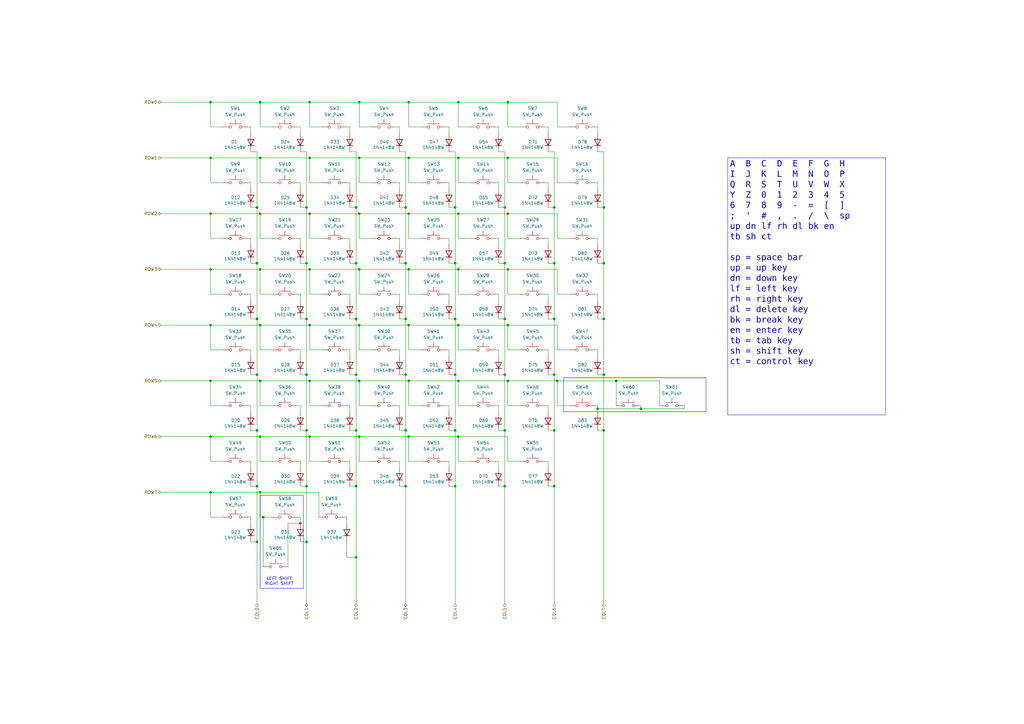
<source format=kicad_sch>
(kicad_sch (version 20250114) (generator "eeschema") (generator_version "9.0")
  (paper "A3")
  (rectangle (start 106.68 203.2) (end 124.46 241.3))
  (rectangle (start 231.14 154.94) (end 289.56 168.91))
  (text "LEFT SHIFT\nRIGHT SHIFT" (at 114.554 238.506 0) (effects (font (size 1.27 1.27))))
  (text_box "A  B  C  D  E  F  G  H\nI  J  K  L  M  N  O  P\nQ  R  S  T  U  V  W  X\nY  Z  0  1  2  3  4  5\n6  7  8  9  -  =  [  ]\n;  '  #  ,  .  /  \\  sp\nup dn lf rh dl bk en\ntb sh ct\n\nsp = space bar\nup = up key\ndn = down key\nlf = left key\nrh = right key\ndl = delete key\nbk = break key\nen = enter key\ntb = tab key\nsh = shift key\nct = control key\n\n" (at 298.45 64.77 0) (size 64.77 105.41) (margins 0.9525 0.9525 0.9525 0.9525) (effects (font (size 2.54 2.54)) (justify left top)))
  (junction (at 147.32 87.63))
  (junction (at 208.28 133.35))
  (junction (at 208.28 156.21))
  (junction (at 105.41 130.81))
  (junction (at 146.05 107.95))
  (junction (at 125.73 85.09))
  (junction (at 86.36 87.63))
  (junction (at 186.69 130.81))
  (junction (at 127 64.77))
  (junction (at 106.68 156.21))
  (junction (at 247.65 130.81))
  (junction (at 186.69 85.09))
  (junction (at 166.37 107.95))
  (junction (at 167.64 179.07))
  (junction (at 186.69 176.53))
  (junction (at 125.73 222.25))
  (junction (at 228.6 156.21))
  (junction (at 146.05 228.6))
  (junction (at 147.32 110.49))
  (junction (at 86.36 64.77))
  (junction (at 147.32 41.91))
  (junction (at 227.33 176.53))
  (junction (at 127 156.21))
  (junction (at 106.68 179.07))
  (junction (at 147.32 133.35))
  (junction (at 227.33 153.67))
  (junction (at 207.01 130.81))
  (junction (at 227.33 107.95))
  (junction (at 125.73 153.67))
  (junction (at 187.96 64.77))
  (junction (at 252.73 156.21))
  (junction (at 207.01 153.67))
  (junction (at 125.73 199.39))
  (junction (at 147.32 179.07))
  (junction (at 166.37 130.81))
  (junction (at 186.69 153.67))
  (junction (at 105.41 199.39))
  (junction (at 105.41 85.09))
  (junction (at 127 41.91))
  (junction (at 166.37 153.67))
  (junction (at 207.01 199.39))
  (junction (at 105.41 222.25))
  (junction (at 207.01 176.53))
  (junction (at 86.36 201.93))
  (junction (at 106.68 41.91))
  (junction (at 167.64 87.63))
  (junction (at 247.65 107.95))
  (junction (at 208.28 41.91))
  (junction (at 187.96 179.07))
  (junction (at 106.68 110.49))
  (junction (at 187.96 156.21))
  (junction (at 127 179.07))
  (junction (at 127 87.63))
  (junction (at 167.64 156.21))
  (junction (at 207.01 85.09))
  (junction (at 147.32 156.21))
  (junction (at 127 133.35))
  (junction (at 167.64 110.49))
  (junction (at 245.11 167.64))
  (junction (at 186.69 199.39))
  (junction (at 167.64 64.77))
  (junction (at 125.73 176.53))
  (junction (at 86.36 41.91))
  (junction (at 247.65 153.67))
  (junction (at 105.41 176.53))
  (junction (at 187.96 87.63))
  (junction (at 166.37 199.39))
  (junction (at 186.69 107.95))
  (junction (at 187.96 110.49))
  (junction (at 106.68 133.35))
  (junction (at 127 110.49))
  (junction (at 106.68 87.63))
  (junction (at 247.65 85.09))
  (junction (at 147.32 64.77))
  (junction (at 146.05 199.39))
  (junction (at 167.64 133.35))
  (junction (at 146.05 153.67))
  (junction (at 166.37 176.53))
  (junction (at 207.01 107.95))
  (junction (at 146.05 130.81))
  (junction (at 208.28 64.77))
  (junction (at 187.96 41.91))
  (junction (at 107.95 212.09))
  (junction (at 123.19 214.63))
  (junction (at 227.33 85.09))
  (junction (at 146.05 176.53))
  (junction (at 208.28 110.49))
  (junction (at 125.73 130.81))
  (junction (at 227.33 199.39))
  (junction (at 227.33 130.81))
  (junction (at 208.28 87.63))
  (junction (at 187.96 133.35))
  (junction (at 106.68 201.93))
  (junction (at 86.36 110.49))
  (junction (at 125.73 107.95))
  (junction (at 167.64 41.91))
  (junction (at 105.41 153.67))
  (junction (at 86.36 133.35))
  (junction (at 86.36 179.07))
  (junction (at 262.89 167.64))
  (junction (at 106.68 64.77))
  (junction (at 86.36 156.21))
  (junction (at 166.37 85.09))
  (junction (at 146.05 85.09))
  (junction (at 247.65 176.53))
  (junction (at 105.41 107.95))
  (wire (pts (xy 208.28 189.23) (xy 208.28 179.07)))
  (wire (pts (xy 146.05 130.81) (xy 146.05 153.67)))
  (wire (pts (xy 187.96 133.35) (xy 208.28 133.35)))
  (wire (pts (xy 213.36 120.65) (xy 208.28 120.65)))
  (wire (pts (xy 163.83 143.51) (xy 163.83 146.05)))
  (wire (pts (xy 152.4 120.65) (xy 147.32 120.65)))
  (wire (pts (xy 127 97.79) (xy 127 87.63)))
  (wire (pts (xy 184.15 62.23) (xy 186.69 62.23)))
  (wire (pts (xy 167.64 156.21) (xy 187.96 156.21)))
  (wire (pts (xy 86.36 212.09) (xy 86.36 201.93)))
  (wire (pts (xy 127 52.07) (xy 127 41.91)))
  (wire (pts (xy 146.05 107.95) (xy 146.05 130.81)))
  (wire (pts (xy 208.28 74.93) (xy 208.28 64.77)))
  (wire (pts (xy 167.64 189.23) (xy 167.64 179.07)))
  (wire (pts (xy 123.19 143.51) (xy 123.19 146.05)))
  (wire (pts (xy 184.15 166.37) (xy 184.15 168.91)))
  (wire (pts (xy 224.79 166.37) (xy 224.79 168.91)))
  (wire (pts (xy 207.01 176.53) (xy 207.01 199.39)))
  (wire (pts (xy 101.6 166.37) (xy 102.87 166.37)))
  (wire (pts (xy 167.64 74.93) (xy 167.64 64.77)))
  (wire (pts (xy 143.51 166.37) (xy 143.51 168.91)))
  (wire (pts (xy 184.15 97.79) (xy 184.15 100.33)))
  (wire (pts (xy 163.83 199.39) (xy 166.37 199.39)))
  (wire (pts (xy 162.56 189.23) (xy 163.83 189.23)))
  (wire (pts (xy 184.15 120.65) (xy 184.15 123.19)))
  (wire (pts (xy 147.32 133.35) (xy 167.64 133.35)))
  (wire (pts (xy 245.11 120.65) (xy 245.11 123.19)))
  (wire (pts (xy 167.64 52.07) (xy 167.64 41.91)))
  (wire (pts (xy 245.11 52.07) (xy 245.11 54.61)))
  (wire (pts (xy 184.15 153.67) (xy 186.69 153.67)))
  (wire (pts (xy 243.84 120.65) (xy 245.11 120.65)))
  (wire (pts (xy 204.47 107.95) (xy 207.01 107.95)))
  (wire (pts (xy 163.83 176.53) (xy 166.37 176.53)))
  (wire (pts (xy 102.87 97.79) (xy 102.87 100.33)))
  (wire (pts (xy 123.19 199.39) (xy 125.73 199.39)))
  (wire (pts (xy 125.73 176.53) (xy 125.73 199.39)))
  (wire (pts (xy 208.28 133.35) (xy 228.6 133.35)))
  (wire (pts (xy 106.68 52.07) (xy 106.68 41.91)))
  (wire (pts (xy 228.6 143.51) (xy 228.6 133.35)))
  (wire (pts (xy 213.36 74.93) (xy 208.28 74.93)))
  (wire (pts (xy 182.88 120.65) (xy 184.15 120.65)))
  (wire (pts (xy 125.73 222.25) (xy 125.73 247.65)))
  (wire (pts (xy 208.28 52.07) (xy 208.28 41.91)))
  (wire (pts (xy 187.96 179.07) (xy 208.28 179.07)))
  (wire (pts (xy 172.72 143.51) (xy 167.64 143.51)))
  (wire (pts (xy 208.28 64.77) (xy 228.6 64.77)))
  (wire (pts (xy 102.87 143.51) (xy 102.87 146.05)))
  (wire (pts (xy 203.2 74.93) (xy 204.47 74.93)))
  (wire (pts (xy 142.24 222.25) (xy 142.24 228.6)))
  (wire (pts (xy 233.68 52.07) (xy 228.6 52.07)))
  (wire (pts (xy 106.68 166.37) (xy 106.68 156.21)))
  (wire (pts (xy 182.88 189.23) (xy 184.15 189.23)))
  (wire (pts (xy 167.64 120.65) (xy 167.64 110.49)))
  (wire (pts (xy 102.87 199.39) (xy 105.41 199.39)))
  (wire (pts (xy 142.24 143.51) (xy 143.51 143.51)))
  (wire (pts (xy 245.11 143.51) (xy 245.11 146.05)))
  (wire (pts (xy 186.69 153.67) (xy 186.69 176.53)))
  (wire (pts (xy 172.72 189.23) (xy 167.64 189.23)))
  (wire (pts (xy 184.15 189.23) (xy 184.15 191.77)))
  (wire (pts (xy 123.19 85.09) (xy 125.73 85.09)))
  (wire (pts (xy 102.87 130.81) (xy 105.41 130.81)))
  (wire (pts (xy 121.92 120.65) (xy 123.19 120.65)))
  (wire (pts (xy 123.19 166.37) (xy 123.19 168.91)))
  (wire (pts (xy 182.88 143.51) (xy 184.15 143.51)))
  (wire (pts (xy 102.87 176.53) (xy 105.41 176.53)))
  (wire (pts (xy 146.05 85.09) (xy 146.05 107.95)))
  (wire (pts (xy 111.76 143.51) (xy 106.68 143.51)))
  (wire (pts (xy 184.15 143.51) (xy 184.15 146.05)))
  (wire (pts (xy 91.44 97.79) (xy 86.36 97.79)))
  (wire (pts (xy 228.6 74.93) (xy 228.6 64.77)))
  (wire (pts (xy 193.04 143.51) (xy 187.96 143.51)))
  (wire (pts (xy 186.69 176.53) (xy 186.69 199.39)))
  (wire (pts (xy 102.87 52.07) (xy 102.87 54.61)))
  (wire (pts (xy 142.24 74.93) (xy 143.51 74.93)))
  (wire (pts (xy 123.19 189.23) (xy 123.19 191.77)))
  (wire (pts (xy 101.6 52.07) (xy 102.87 52.07)))
  (wire (pts (xy 106.68 133.35) (xy 127 133.35)))
  (wire (pts (xy 166.37 85.09) (xy 166.37 107.95)))
  (wire (pts (xy 193.04 97.79) (xy 187.96 97.79)))
  (wire (pts (xy 111.76 52.07) (xy 106.68 52.07)))
  (wire (pts (xy 106.68 120.65) (xy 106.68 110.49)))
  (wire (pts (xy 86.36 64.77) (xy 106.68 64.77)))
  (wire (pts (xy 208.28 110.49) (xy 228.6 110.49)))
  (wire (pts (xy 125.73 199.39) (xy 125.73 222.25)))
  (wire (pts (xy 143.51 176.53) (xy 146.05 176.53)))
  (wire (pts (xy 91.44 52.07) (xy 86.36 52.07)))
  (wire (pts (xy 152.4 52.07) (xy 147.32 52.07)))
  (wire (pts (xy 132.08 143.51) (xy 127 143.51)))
  (wire (pts (xy 187.96 74.93) (xy 187.96 64.77)))
  (wire (pts (xy 193.04 166.37) (xy 187.96 166.37)))
  (wire (pts (xy 123.19 62.23) (xy 125.73 62.23)))
  (wire (pts (xy 106.68 189.23) (xy 106.68 179.07)))
  (wire (pts (xy 107.95 212.09) (xy 107.95 232.41)))
  (wire (pts (xy 142.24 212.09) (xy 142.24 214.63)))
  (wire (pts (xy 143.51 130.81) (xy 146.05 130.81)))
  (wire (pts (xy 163.83 120.65) (xy 163.83 123.19)))
  (wire (pts (xy 228.6 120.65) (xy 228.6 110.49)))
  (wire (pts (xy 66.04 133.35) (xy 86.36 133.35)))
  (wire (pts (xy 163.83 62.23) (xy 166.37 62.23)))
  (wire (pts (xy 245.11 130.81) (xy 247.65 130.81)))
  (wire (pts (xy 102.87 85.09) (xy 105.41 85.09)))
  (wire (pts (xy 86.36 110.49) (xy 106.68 110.49)))
  (wire (pts (xy 207.01 85.09) (xy 207.01 107.95)))
  (wire (pts (xy 152.4 97.79) (xy 147.32 97.79)))
  (wire (pts (xy 147.32 52.07) (xy 147.32 41.91)))
  (wire (pts (xy 123.19 97.79) (xy 123.19 100.33)))
  (wire (pts (xy 243.84 166.37) (xy 245.11 166.37)))
  (wire (pts (xy 123.19 222.25) (xy 125.73 222.25)))
  (wire (pts (xy 105.41 85.09) (xy 105.41 107.95)))
  (wire (pts (xy 143.51 97.79) (xy 143.51 100.33)))
  (wire (pts (xy 224.79 52.07) (xy 224.79 54.61)))
  (wire (pts (xy 224.79 130.81) (xy 227.33 130.81)))
  (wire (pts (xy 172.72 97.79) (xy 167.64 97.79)))
  (wire (pts (xy 146.05 62.23) (xy 146.05 85.09)))
  (wire (pts (xy 204.47 166.37) (xy 204.47 168.91)))
  (wire (pts (xy 184.15 176.53) (xy 186.69 176.53)))
  (wire (pts (xy 105.41 222.25) (xy 105.41 247.65)))
  (wire (pts (xy 187.96 64.77) (xy 208.28 64.77)))
  (wire (pts (xy 162.56 97.79) (xy 163.83 97.79)))
  (wire (pts (xy 228.6 156.21) (xy 228.6 166.37)))
  (wire (pts (xy 187.96 41.91) (xy 208.28 41.91)))
  (wire (pts (xy 143.51 74.93) (xy 143.51 77.47)))
  (wire (pts (xy 105.41 62.23) (xy 105.41 85.09)))
  (wire (pts (xy 162.56 143.51) (xy 163.83 143.51)))
  (wire (pts (xy 208.28 97.79) (xy 208.28 87.63)))
  (wire (pts (xy 118.11 214.63) (xy 123.19 214.63)))
  (wire (pts (xy 127 87.63) (xy 147.32 87.63)))
  (wire (pts (xy 86.36 74.93) (xy 86.36 64.77)))
  (wire (pts (xy 193.04 189.23) (xy 187.96 189.23)))
  (wire (pts (xy 86.36 189.23) (xy 86.36 179.07)))
  (wire (pts (xy 102.87 212.09) (xy 102.87 214.63)))
  (wire (pts (xy 245.11 166.37) (xy 245.11 167.64)))
  (wire (pts (xy 143.51 199.39) (xy 146.05 199.39)))
  (wire (pts (xy 102.87 74.93) (xy 102.87 77.47)))
  (wire (pts (xy 102.87 107.95) (xy 105.41 107.95)))
  (wire (pts (xy 91.44 166.37) (xy 86.36 166.37)))
  (wire (pts (xy 143.51 52.07) (xy 143.51 54.61)))
  (wire (pts (xy 66.04 87.63) (xy 86.36 87.63)))
  (wire (pts (xy 223.52 189.23) (xy 224.79 189.23)))
  (wire (pts (xy 247.65 130.81) (xy 247.65 153.67)))
  (wire (pts (xy 245.11 62.23) (xy 247.65 62.23)))
  (wire (pts (xy 204.47 120.65) (xy 204.47 123.19)))
  (wire (pts (xy 163.83 130.81) (xy 166.37 130.81)))
  (wire (pts (xy 86.36 133.35) (xy 106.68 133.35)))
  (wire (pts (xy 102.87 62.23) (xy 105.41 62.23)))
  (wire (pts (xy 193.04 120.65) (xy 187.96 120.65)))
  (wire (pts (xy 152.4 166.37) (xy 147.32 166.37)))
  (wire (pts (xy 167.64 41.91) (xy 187.96 41.91)))
  (wire (pts (xy 227.33 107.95) (xy 227.33 130.81)))
  (wire (pts (xy 101.6 97.79) (xy 102.87 97.79)))
  (wire (pts (xy 143.51 107.95) (xy 146.05 107.95)))
  (wire (pts (xy 167.64 87.63) (xy 187.96 87.63)))
  (wire (pts (xy 143.51 62.23) (xy 146.05 62.23)))
  (wire (pts (xy 142.24 52.07) (xy 143.51 52.07)))
  (wire (pts (xy 224.79 199.39) (xy 227.33 199.39)))
  (wire (pts (xy 147.32 179.07) (xy 167.64 179.07)))
  (wire (pts (xy 262.89 167.64) (xy 280.67 167.64)))
  (wire (pts (xy 182.88 166.37) (xy 184.15 166.37)))
  (wire (pts (xy 91.44 212.09) (xy 86.36 212.09)))
  (wire (pts (xy 130.81 201.93) (xy 130.81 212.09)))
  (wire (pts (xy 228.6 156.21) (xy 252.73 156.21)))
  (wire (pts (xy 243.84 74.93) (xy 245.11 74.93)))
  (wire (pts (xy 204.47 153.67) (xy 207.01 153.67)))
  (wire (pts (xy 204.47 62.23) (xy 207.01 62.23)))
  (wire (pts (xy 101.6 74.93) (xy 102.87 74.93)))
  (wire (pts (xy 187.96 166.37) (xy 187.96 156.21)))
  (wire (pts (xy 127 74.93) (xy 127 64.77)))
  (wire (pts (xy 143.51 153.67) (xy 146.05 153.67)))
  (wire (pts (xy 207.01 62.23) (xy 207.01 85.09)))
  (wire (pts (xy 146.05 176.53) (xy 146.05 199.39)))
  (wire (pts (xy 245.11 107.95) (xy 247.65 107.95)))
  (wire (pts (xy 207.01 130.81) (xy 207.01 153.67)))
  (wire (pts (xy 224.79 120.65) (xy 224.79 123.19)))
  (wire (pts (xy 143.51 143.51) (xy 143.51 146.05)))
  (wire (pts (xy 146.05 228.6) (xy 146.05 247.65)))
  (wire (pts (xy 233.68 166.37) (xy 228.6 166.37)))
  (wire (pts (xy 245.11 167.64) (xy 245.11 168.91)))
  (wire (pts (xy 186.69 85.09) (xy 186.69 107.95)))
  (wire (pts (xy 270.51 166.37) (xy 270.51 156.21)))
  (wire (pts (xy 204.47 176.53) (xy 207.01 176.53)))
  (wire (pts (xy 127 166.37) (xy 127 156.21)))
  (wire (pts (xy 147.32 166.37) (xy 147.32 156.21)))
  (wire (pts (xy 203.2 52.07) (xy 204.47 52.07)))
  (wire (pts (xy 247.65 85.09) (xy 247.65 107.95)))
  (wire (pts (xy 224.79 74.93) (xy 224.79 77.47)))
  (wire (pts (xy 166.37 153.67) (xy 166.37 176.53)))
  (wire (pts (xy 243.84 97.79) (xy 245.11 97.79)))
  (wire (pts (xy 227.33 199.39) (xy 227.33 247.65)))
  (wire (pts (xy 207.01 107.95) (xy 207.01 130.81)))
  (wire (pts (xy 142.24 120.65) (xy 143.51 120.65)))
  (wire (pts (xy 132.08 74.93) (xy 127 74.93)))
  (wire (pts (xy 172.72 74.93) (xy 167.64 74.93)))
  (wire (pts (xy 208.28 156.21) (xy 228.6 156.21)))
  (wire (pts (xy 203.2 189.23) (xy 204.47 189.23)))
  (wire (pts (xy 204.47 97.79) (xy 204.47 100.33)))
  (wire (pts (xy 106.68 74.93) (xy 106.68 64.77)))
  (wire (pts (xy 142.24 189.23) (xy 143.51 189.23)))
  (wire (pts (xy 123.19 107.95) (xy 125.73 107.95)))
  (wire (pts (xy 102.87 166.37) (xy 102.87 168.91)))
  (wire (pts (xy 106.68 156.21) (xy 127 156.21)))
  (wire (pts (xy 142.24 97.79) (xy 143.51 97.79)))
  (wire (pts (xy 66.04 110.49) (xy 86.36 110.49)))
  (wire (pts (xy 143.51 120.65) (xy 143.51 123.19)))
  (wire (pts (xy 213.36 52.07) (xy 208.28 52.07)))
  (wire (pts (xy 162.56 74.93) (xy 163.83 74.93)))
  (wire (pts (xy 146.05 153.67) (xy 146.05 176.53)))
  (wire (pts (xy 121.92 74.93) (xy 123.19 74.93)))
  (wire (pts (xy 66.04 179.07) (xy 86.36 179.07)))
  (wire (pts (xy 223.52 166.37) (xy 224.79 166.37)))
  (wire (pts (xy 227.33 62.23) (xy 227.33 85.09)))
  (wire (pts (xy 125.73 85.09) (xy 125.73 107.95)))
  (wire (pts (xy 213.36 166.37) (xy 208.28 166.37)))
  (wire (pts (xy 163.83 52.07) (xy 163.83 54.61)))
  (wire (pts (xy 227.33 85.09) (xy 227.33 107.95)))
  (wire (pts (xy 227.33 176.53) (xy 227.33 199.39)))
  (wire (pts (xy 86.36 143.51) (xy 86.36 133.35)))
  (wire (pts (xy 208.28 41.91) (xy 228.6 41.91)))
  (wire (pts (xy 91.44 143.51) (xy 86.36 143.51)))
  (wire (pts (xy 147.32 143.51) (xy 147.32 133.35)))
  (wire (pts (xy 86.36 87.63) (xy 106.68 87.63)))
  (wire (pts (xy 121.92 189.23) (xy 123.19 189.23)))
  (wire (pts (xy 132.08 166.37) (xy 127 166.37)))
  (wire (pts (xy 86.36 41.91) (xy 106.68 41.91)))
  (wire (pts (xy 101.6 189.23) (xy 102.87 189.23)))
  (wire (pts (xy 186.69 199.39) (xy 186.69 247.65)))
  (wire (pts (xy 123.19 130.81) (xy 125.73 130.81)))
  (wire (pts (xy 228.6 52.07) (xy 228.6 41.91)))
  (wire (pts (xy 132.08 97.79) (xy 127 97.79)))
  (wire (pts (xy 143.51 189.23) (xy 143.51 191.77)))
  (wire (pts (xy 247.65 153.67) (xy 247.65 176.53)))
  (wire (pts (xy 121.92 97.79) (xy 123.19 97.79)))
  (wire (pts (xy 213.36 143.51) (xy 208.28 143.51)))
  (wire (pts (xy 245.11 85.09) (xy 247.65 85.09)))
  (wire (pts (xy 193.04 74.93) (xy 187.96 74.93)))
  (wire (pts (xy 147.32 156.21) (xy 167.64 156.21)))
  (wire (pts (xy 163.83 85.09) (xy 166.37 85.09)))
  (wire (pts (xy 121.92 52.07) (xy 123.19 52.07)))
  (wire (pts (xy 213.36 97.79) (xy 208.28 97.79)))
  (wire (pts (xy 118.11 232.41) (xy 118.11 214.63)))
  (wire (pts (xy 91.44 189.23) (xy 86.36 189.23)))
  (wire (pts (xy 91.44 120.65) (xy 86.36 120.65)))
  (wire (pts (xy 167.64 133.35) (xy 187.96 133.35)))
  (wire (pts (xy 187.96 143.51) (xy 187.96 133.35)))
  (wire (pts (xy 224.79 176.53) (xy 227.33 176.53)))
  (wire (pts (xy 166.37 62.23) (xy 166.37 85.09)))
  (wire (pts (xy 224.79 107.95) (xy 227.33 107.95)))
  (wire (pts (xy 127 189.23) (xy 127 179.07)))
  (wire (pts (xy 102.87 153.67) (xy 105.41 153.67)))
  (wire (pts (xy 184.15 74.93) (xy 184.15 77.47)))
  (wire (pts (xy 86.36 201.93) (xy 106.68 201.93)))
  (wire (pts (xy 187.96 110.49) (xy 208.28 110.49)))
  (wire (pts (xy 147.32 189.23) (xy 147.32 179.07)))
  (wire (pts (xy 101.6 143.51) (xy 102.87 143.51)))
  (wire (pts (xy 223.52 74.93) (xy 224.79 74.93)))
  (wire (pts (xy 207.01 199.39) (xy 207.01 247.65)))
  (wire (pts (xy 152.4 74.93) (xy 147.32 74.93)))
  (wire (pts (xy 66.04 41.91) (xy 86.36 41.91)))
  (wire (pts (xy 163.83 189.23) (xy 163.83 191.77)))
  (wire (pts (xy 147.32 97.79) (xy 147.32 87.63)))
  (wire (pts (xy 167.64 143.51) (xy 167.64 133.35)))
  (wire (pts (xy 167.64 179.07) (xy 187.96 179.07)))
  (wire (pts (xy 143.51 85.09) (xy 146.05 85.09)))
  (wire (pts (xy 123.19 153.67) (xy 125.73 153.67)))
  (wire (pts (xy 245.11 153.67) (xy 247.65 153.67)))
  (wire (pts (xy 182.88 74.93) (xy 184.15 74.93)))
  (wire (pts (xy 172.72 52.07) (xy 167.64 52.07)))
  (wire (pts (xy 245.11 176.53) (xy 247.65 176.53)))
  (wire (pts (xy 66.04 156.21) (xy 86.36 156.21)))
  (wire (pts (xy 172.72 166.37) (xy 167.64 166.37)))
  (wire (pts (xy 105.41 107.95) (xy 105.41 130.81)))
  (wire (pts (xy 127 156.21) (xy 147.32 156.21)))
  (wire (pts (xy 182.88 97.79) (xy 184.15 97.79)))
  (wire (pts (xy 86.36 120.65) (xy 86.36 110.49)))
  (wire (pts (xy 207.01 153.67) (xy 207.01 176.53)))
  (wire (pts (xy 106.68 212.09) (xy 106.68 201.93)))
  (wire (pts (xy 106.68 41.91) (xy 127 41.91)))
  (wire (pts (xy 106.68 87.63) (xy 127 87.63)))
  (wire (pts (xy 224.79 97.79) (xy 224.79 100.33)))
  (wire (pts (xy 147.32 74.93) (xy 147.32 64.77)))
  (wire (pts (xy 208.28 87.63) (xy 228.6 87.63)))
  (wire (pts (xy 107.95 212.09) (xy 106.68 212.09)))
  (wire (pts (xy 262.89 167.64) (xy 262.89 166.37)))
  (wire (pts (xy 111.76 74.93) (xy 106.68 74.93)))
  (wire (pts (xy 102.87 120.65) (xy 102.87 123.19)))
  (wire (pts (xy 162.56 166.37) (xy 163.83 166.37)))
  (wire (pts (xy 252.73 156.21) (xy 252.73 166.37)))
  (wire (pts (xy 187.96 87.63) (xy 208.28 87.63)))
  (wire (pts (xy 204.47 143.51) (xy 204.47 146.05)))
  (wire (pts (xy 224.79 62.23) (xy 227.33 62.23)))
  (wire (pts (xy 163.83 97.79) (xy 163.83 100.33)))
  (wire (pts (xy 193.04 52.07) (xy 187.96 52.07)))
  (wire (pts (xy 204.47 199.39) (xy 207.01 199.39)))
  (wire (pts (xy 111.76 97.79) (xy 106.68 97.79)))
  (wire (pts (xy 167.64 64.77) (xy 187.96 64.77)))
  (wire (pts (xy 184.15 85.09) (xy 186.69 85.09)))
  (wire (pts (xy 106.68 97.79) (xy 106.68 87.63)))
  (wire (pts (xy 162.56 52.07) (xy 163.83 52.07)))
  (wire (pts (xy 245.11 74.93) (xy 245.11 77.47)))
  (wire (pts (xy 167.64 110.49) (xy 187.96 110.49)))
  (wire (pts (xy 203.2 120.65) (xy 204.47 120.65)))
  (wire (pts (xy 163.83 74.93) (xy 163.83 77.47)))
  (wire (pts (xy 86.36 179.07) (xy 106.68 179.07)))
  (wire (pts (xy 105.41 130.81) (xy 105.41 153.67)))
  (wire (pts (xy 280.67 167.64) (xy 280.67 166.37)))
  (wire (pts (xy 223.52 52.07) (xy 224.79 52.07)))
  (wire (pts (xy 208.28 143.51) (xy 208.28 133.35)))
  (wire (pts (xy 101.6 212.09) (xy 102.87 212.09)))
  (wire (pts (xy 223.52 97.79) (xy 224.79 97.79)))
  (wire (pts (xy 127 120.65) (xy 127 110.49)))
  (wire (pts (xy 166.37 107.95) (xy 166.37 130.81)))
  (wire (pts (xy 91.44 74.93) (xy 86.36 74.93)))
  (wire (pts (xy 86.36 52.07) (xy 86.36 41.91)))
  (wire (pts (xy 123.19 120.65) (xy 123.19 123.19)))
  (wire (pts (xy 187.96 156.21) (xy 208.28 156.21)))
  (wire (pts (xy 187.96 52.07) (xy 187.96 41.91)))
  (wire (pts (xy 132.08 189.23) (xy 127 189.23)))
  (wire (pts (xy 106.68 143.51) (xy 106.68 133.35)))
  (wire (pts (xy 125.73 153.67) (xy 125.73 176.53)))
  (wire (pts (xy 167.64 166.37) (xy 167.64 156.21)))
  (wire (pts (xy 105.41 153.67) (xy 105.41 176.53)))
  (wire (pts (xy 204.47 130.81) (xy 207.01 130.81)))
  (wire (pts (xy 224.79 85.09) (xy 227.33 85.09)))
  (wire (pts (xy 132.08 52.07) (xy 127 52.07)))
  (wire (pts (xy 66.04 201.93) (xy 86.36 201.93)))
  (wire (pts (xy 245.11 97.79) (xy 245.11 100.33)))
  (wire (pts (xy 224.79 189.23) (xy 224.79 191.77)))
  (wire (pts (xy 111.76 166.37) (xy 106.68 166.37)))
  (wire (pts (xy 111.76 189.23) (xy 106.68 189.23)))
  (wire (pts (xy 152.4 189.23) (xy 147.32 189.23)))
  (wire (pts (xy 66.04 64.77) (xy 86.36 64.77)))
  (wire (pts (xy 213.36 189.23) (xy 208.28 189.23)))
  (wire (pts (xy 245.11 167.64) (xy 262.89 167.64)))
  (wire (pts (xy 243.84 143.51) (xy 245.11 143.51)))
  (wire (pts (xy 203.2 166.37) (xy 204.47 166.37)))
  (wire (pts (xy 163.83 166.37) (xy 163.83 168.91)))
  (wire (pts (xy 270.51 156.21) (xy 252.73 156.21)))
  (wire (pts (xy 86.36 166.37) (xy 86.36 156.21)))
  (wire (pts (xy 125.73 107.95) (xy 125.73 130.81)))
  (wire (pts (xy 125.73 62.23) (xy 125.73 85.09)))
  (wire (pts (xy 184.15 199.39) (xy 186.69 199.39)))
  (wire (pts (xy 247.65 107.95) (xy 247.65 130.81)))
  (wire (pts (xy 227.33 130.81) (xy 227.33 153.67)))
  (wire (pts (xy 166.37 199.39) (xy 166.37 247.65)))
  (wire (pts (xy 127 133.35) (xy 147.32 133.35)))
  (wire (pts (xy 247.65 176.53) (xy 247.65 247.65)))
  (wire (pts (xy 187.96 189.23) (xy 187.96 179.07)))
  (wire (pts (xy 127 143.51) (xy 127 133.35)))
  (wire (pts (xy 243.84 52.07) (xy 245.11 52.07)))
  (wire (pts (xy 223.52 120.65) (xy 224.79 120.65)))
  (wire (pts (xy 105.41 176.53) (xy 105.41 199.39)))
  (wire (pts (xy 106.68 64.77) (xy 127 64.77)))
  (wire (pts (xy 163.83 153.67) (xy 166.37 153.67)))
  (wire (pts (xy 121.92 212.09) (xy 123.19 212.09)))
  (wire (pts (xy 208.28 120.65) (xy 208.28 110.49)))
  (wire (pts (xy 186.69 130.81) (xy 186.69 153.67)))
  (wire (pts (xy 172.72 120.65) (xy 167.64 120.65)))
  (wire (pts (xy 147.32 87.63) (xy 167.64 87.63)))
  (wire (pts (xy 121.92 143.51) (xy 123.19 143.51)))
  (wire (pts (xy 203.2 143.51) (xy 204.47 143.51)))
  (wire (pts (xy 247.65 62.23) (xy 247.65 85.09)))
  (wire (pts (xy 106.68 201.93) (xy 130.81 201.93)))
  (wire (pts (xy 127 179.07) (xy 147.32 179.07)))
  (wire (pts (xy 101.6 120.65) (xy 102.87 120.65)))
  (wire (pts (xy 123.19 212.09) (xy 123.19 214.63)))
  (wire (pts (xy 186.69 62.23) (xy 186.69 85.09)))
  (wire (pts (xy 204.47 52.07) (xy 204.47 54.61)))
  (wire (pts (xy 152.4 143.51) (xy 147.32 143.51)))
  (wire (pts (xy 147.32 120.65) (xy 147.32 110.49)))
  (wire (pts (xy 163.83 107.95) (xy 166.37 107.95)))
  (wire (pts (xy 166.37 176.53) (xy 166.37 199.39)))
  (wire (pts (xy 166.37 130.81) (xy 166.37 153.67)))
  (wire (pts (xy 208.28 166.37) (xy 208.28 156.21)))
  (wire (pts (xy 121.92 166.37) (xy 123.19 166.37)))
  (wire (pts (xy 203.2 97.79) (xy 204.47 97.79)))
  (wire (pts (xy 86.36 156.21) (xy 106.68 156.21)))
  (wire (pts (xy 187.96 120.65) (xy 187.96 110.49)))
  (wire (pts (xy 102.87 222.25) (xy 105.41 222.25)))
  (wire (pts (xy 132.08 120.65) (xy 127 120.65)))
  (wire (pts (xy 184.15 107.95) (xy 186.69 107.95)))
  (wire (pts (xy 146.05 199.39) (xy 146.05 228.6)))
  (wire (pts (xy 140.97 212.09) (xy 142.24 212.09)))
  (wire (pts (xy 106.68 110.49) (xy 127 110.49)))
  (wire (pts (xy 123.19 176.53) (xy 125.73 176.53)))
  (wire (pts (xy 224.79 153.67) (xy 227.33 153.67)))
  (wire (pts (xy 228.6 97.79) (xy 228.6 87.63)))
  (wire (pts (xy 162.56 120.65) (xy 163.83 120.65)))
  (wire (pts (xy 147.32 41.91) (xy 167.64 41.91)))
  (wire (pts (xy 142.24 228.6) (xy 146.05 228.6)))
  (wire (pts (xy 123.19 52.07) (xy 123.19 54.61)))
  (wire (pts (xy 233.68 143.51) (xy 228.6 143.51)))
  (wire (pts (xy 147.32 110.49) (xy 167.64 110.49)))
  (wire (pts (xy 227.33 153.67) (xy 227.33 176.53)))
  (wire (pts (xy 123.19 74.93) (xy 123.19 77.47)))
  (wire (pts (xy 184.15 130.81) (xy 186.69 130.81)))
  (wire (pts (xy 233.68 120.65) (xy 228.6 120.65)))
  (wire (pts (xy 233.68 74.93) (xy 228.6 74.93)))
  (wire (pts (xy 186.69 107.95) (xy 186.69 130.81)))
  (wire (pts (xy 127 41.91) (xy 147.32 41.91)))
  (wire (pts (xy 106.68 179.07) (xy 127 179.07)))
  (wire (pts (xy 127 64.77) (xy 147.32 64.77)))
  (wire (pts (xy 105.41 199.39) (xy 105.41 222.25)))
  (wire (pts (xy 142.24 166.37) (xy 143.51 166.37)))
  (wire (pts (xy 111.76 212.09) (xy 107.95 212.09)))
  (wire (pts (xy 86.36 97.79) (xy 86.36 87.63)))
  (wire (pts (xy 111.76 120.65) (xy 106.68 120.65)))
  (wire (pts (xy 167.64 97.79) (xy 167.64 87.63)))
  (wire (pts (xy 102.87 189.23) (xy 102.87 191.77)))
  (wire (pts (xy 204.47 189.23) (xy 204.47 191.77)))
  (wire (pts (xy 224.79 143.51) (xy 224.79 146.05)))
  (wire (pts (xy 125.73 130.81) (xy 125.73 153.67)))
  (wire (pts (xy 204.47 85.09) (xy 207.01 85.09)))
  (wire (pts (xy 204.47 74.93) (xy 204.47 77.47)))
  (wire (pts (xy 187.96 97.79) (xy 187.96 87.63)))
  (wire (pts (xy 127 110.49) (xy 147.32 110.49)))
  (wire (pts (xy 182.88 52.07) (xy 184.15 52.07)))
  (wire (pts (xy 233.68 97.79) (xy 228.6 97.79)))
  (wire (pts (xy 184.15 52.07) (xy 184.15 54.61)))
  (wire (pts (xy 147.32 64.77) (xy 167.64 64.77)))
  (wire (pts (xy 223.52 143.51) (xy 224.79 143.51)))
  (hierarchical_label "ROW0" (shape bidirectional) (at 66.04 41.91 180))
  (hierarchical_label "COL6" (shape bidirectional) (at 227.33 247.65 270))
  (hierarchical_label "ROW4" (shape bidirectional) (at 66.04 133.35 180))
  (hierarchical_label "COL2" (shape bidirectional) (at 146.05 247.65 270))
  (hierarchical_label "COL0" (shape bidirectional) (at 105.41 247.65 270))
  (hierarchical_label "COL4" (shape bidirectional) (at 186.69 247.65 270))
  (hierarchical_label "COL5" (shape bidirectional) (at 207.01 247.65 270))
  (hierarchical_label "COL3" (shape bidirectional) (at 166.37 247.65 270))
  (hierarchical_label "ROW6" (shape bidirectional) (at 66.04 179.07 180))
  (hierarchical_label "ROW7" (shape bidirectional) (at 66.04 201.93 180))
  (hierarchical_label "ROW1" (shape bidirectional) (at 66.04 64.77 180))
  (hierarchical_label "ROW3" (shape bidirectional) (at 66.04 110.49 180))
  (hierarchical_label "COL1" (shape bidirectional) (at 125.73 247.65 270))
  (hierarchical_label "COL7" (shape bidirectional) (at 247.65 247.65 270))
  (hierarchical_label "ROW5" (shape bidirectional) (at 66.04 156.21 180))
  (hierarchical_label "ROW2" (shape bidirectional) (at 66.04 87.63 180))
  (symbol (lib_id "Switch:SW_Push") (at 157.48 74.93 0) (unit 1)
    (property "Reference" "SW12" (at 157.48 67.31 0))
    (property "Value" "SW_Push" (at 157.48 69.85 0))
    (property "Footprint" "PaulasKiCADFootPrint:SW_PG1350" (effects (hide yes)))
    (property "Description" "Push button switch, generic, two pins" (effects (hide yes)))
    (property "LCSC" "DNF" (effects (hide yes)))
  )
  (symbol (lib_id "Switch:SW_Push") (at 198.12 97.79 0) (unit 1)
    (property "Reference" "SW27" (at 198.12 90.17 0))
    (property "Value" "SW_Push" (at 198.12 92.71 0))
    (property "Footprint" "PaulasKiCADFootPrint:SW_PG1350" (effects (hide yes)))
    (property "Description" "Push button switch, generic, two pins" (effects (hide yes)))
    (property "LCSC" "DNF" (effects (hide yes)))
  )
  (symbol (lib_id "Diode:1N4148W") (at 245.11 58.42 90) (unit 1)
    (property "Reference" "D78" (at 236.982 58.166 90) (effects (justify right)))
    (property "Value" "1N4148W" (at 234.188 60.452 90) (effects (justify right)))
    (property "Footprint" "Diode_SMD:D_SOD-123" (effects (hide yes)))
    (property "Datasheet" "https://www.vishay.com/docs/85748/1n4148w.pdf" (effects (hide yes)))
    (property "Description" "75V 0.15A Fast Switching Diode, SOD-123" (effects (hide yes)))
    (property "Sim.Device" "D" (effects (hide yes)))
    (property "Sim.Pins" "1=K 2=A" (effects (hide yes)))
    (property "LCSC" "C2099" (effects (hide yes)))
  )
  (symbol (lib_id "Switch:SW_Push") (at 177.8 97.79 0) (unit 1)
    (property "Reference" "SW25" (at 177.8 90.17 0))
    (property "Value" "SW_Push" (at 177.8 92.71 0))
    (property "Footprint" "PaulasKiCADFootPrint:SW_PG1350" (effects (hide yes)))
    (property "Description" "Push button switch, generic, two pins" (effects (hide yes)))
    (property "LCSC" "DNF" (effects (hide yes)))
  )
  (symbol (lib_id "Switch:SW_Push") (at 137.16 143.51 0) (unit 1)
    (property "Reference" "SW37" (at 137.16 135.89 0))
    (property "Value" "SW_Push" (at 137.16 138.43 0))
    (property "Footprint" "PaulasKiCADFootPrint:SW_PG1350" (effects (hide yes)))
    (property "Description" "Push button switch, generic, two pins" (effects (hide yes)))
    (property "LCSC" "DNF" (effects (hide yes)))
  )
  (symbol (lib_id "Switch:SW_Push") (at 137.16 74.93 0) (unit 1)
    (property "Reference" "SW11" (at 137.16 67.31 0))
    (property "Value" "SW_Push" (at 137.16 69.85 0))
    (property "Footprint" "PaulasKiCADFootPrint:SW_PG1350" (effects (hide yes)))
    (property "Description" "Push button switch, generic, two pins" (effects (hide yes)))
    (property "LCSC" "DNF" (effects (hide yes)))
  )
  (symbol (lib_id "Switch:SW_Push") (at 198.12 52.07 0) (unit 1)
    (property "Reference" "SW6" (at 198.12 44.45 0))
    (property "Value" "SW_Push" (at 198.12 46.99 0))
    (property "Footprint" "PaulasKiCADFootPrint:SW_PG1350" (effects (hide yes)))
    (property "Description" "Push button switch, generic, two pins" (effects (hide yes)))
    (property "LCSC" "DNF" (effects (hide yes)))
  )
  (symbol (lib_id "Diode:1N4148W") (at 245.11 104.14 90) (unit 1)
    (property "Reference" "D80" (at 236.982 103.886 90) (effects (justify right)))
    (property "Value" "1N4148W" (at 234.188 106.172 90) (effects (justify right)))
    (property "Footprint" "Diode_SMD:D_SOD-123" (effects (hide yes)))
    (property "Datasheet" "https://www.vishay.com/docs/85748/1n4148w.pdf" (effects (hide yes)))
    (property "Description" "75V 0.15A Fast Switching Diode, SOD-123" (effects (hide yes)))
    (property "Sim.Device" "D" (effects (hide yes)))
    (property "Sim.Pins" "1=K 2=A" (effects (hide yes)))
    (property "LCSC" "C2099" (effects (hide yes)))
  )
  (symbol (lib_id "Switch:SW_Push") (at 137.16 52.07 0) (unit 1)
    (property "Reference" "SW3" (at 137.16 44.45 0))
    (property "Value" "SW_Push" (at 137.16 46.99 0))
    (property "Footprint" "PaulasKiCADFootPrint:SW_PG1350" (effects (hide yes)))
    (property "Description" "Push button switch, generic, two pins" (effects (hide yes)))
    (property "LCSC" "DNF" (effects (hide yes)))
  )
  (symbol (lib_id "Switch:SW_Push") (at 177.8 189.23 0) (unit 1)
    (property "Reference" "SW53" (at 177.8 181.61 0))
    (property "Value" "SW_Push" (at 177.8 184.15 0))
    (property "Footprint" "PaulasKiCADFootPrint:SW_PG1350" (effects (hide yes)))
    (property "Description" "Push button switch, generic, two pins" (effects (hide yes)))
    (property "LCSC" "DNF" (effects (hide yes)))
  )
  (symbol (lib_id "Switch:SW_Push") (at 137.16 166.37 0) (unit 1)
    (property "Reference" "SW38" (at 137.16 158.75 0))
    (property "Value" "SW_Push" (at 137.16 161.29 0))
    (property "Footprint" "PaulasKiCADFootPrint:SW_PG1350" (effects (hide yes)))
    (property "Description" "Push button switch, generic, two pins" (effects (hide yes)))
    (property "LCSC" "DNF" (effects (hide yes)))
  )
  (symbol (lib_id "Diode:1N4148W") (at 163.83 104.14 90) (unit 1)
    (property "Reference" "D42" (at 155.702 103.886 90) (effects (justify right)))
    (property "Value" "1N4148W" (at 152.908 106.172 90) (effects (justify right)))
    (property "Footprint" "Diode_SMD:D_SOD-123" (effects (hide yes)))
    (property "Datasheet" "https://www.vishay.com/docs/85748/1n4148w.pdf" (effects (hide yes)))
    (property "Description" "75V 0.15A Fast Switching Diode, SOD-123" (effects (hide yes)))
    (property "Sim.Device" "D" (effects (hide yes)))
    (property "Sim.Pins" "1=K 2=A" (effects (hide yes)))
    (property "LCSC" "C2099" (effects (hide yes)))
  )
  (symbol (lib_id "Switch:SW_Push") (at 96.52 189.23 0) (unit 1)
    (property "Reference" "SW49" (at 96.52 181.61 0))
    (property "Value" "SW_Push" (at 96.52 184.15 0))
    (property "Footprint" "PaulasKiCADFootPrint:SW_PG1350" (effects (hide yes)))
    (property "Description" "Push button switch, generic, two pins" (effects (hide yes)))
    (property "LCSC" "DNF" (effects (hide yes)))
  )
  (symbol (lib_id "Diode:1N4148W") (at 163.83 58.42 90) (unit 1)
    (property "Reference" "D40" (at 155.702 58.166 90) (effects (justify right)))
    (property "Value" "1N4148W" (at 152.908 60.452 90) (effects (justify right)))
    (property "Footprint" "Diode_SMD:D_SOD-123" (effects (hide yes)))
    (property "Datasheet" "https://www.vishay.com/docs/85748/1n4148w.pdf" (effects (hide yes)))
    (property "Description" "75V 0.15A Fast Switching Diode, SOD-123" (effects (hide yes)))
    (property "Sim.Device" "D" (effects (hide yes)))
    (property "Sim.Pins" "1=K 2=A" (effects (hide yes)))
    (property "LCSC" "C2099" (effects (hide yes)))
  )
  (symbol (lib_id "Diode:1N4148W") (at 245.11 149.86 90) (unit 1)
    (property "Reference" "D82" (at 236.982 149.606 90) (effects (justify right)))
    (property "Value" "1N4148W" (at 234.188 151.892 90) (effects (justify right)))
    (property "Footprint" "Diode_SMD:D_SOD-123" (effects (hide yes)))
    (property "Datasheet" "https://www.vishay.com/docs/85748/1n4148w.pdf" (effects (hide yes)))
    (property "Description" "75V 0.15A Fast Switching Diode, SOD-123" (effects (hide yes)))
    (property "Sim.Device" "D" (effects (hide yes)))
    (property "Sim.Pins" "1=K 2=A" (effects (hide yes)))
    (property "LCSC" "C2099" (effects (hide yes)))
  )
  (symbol (lib_id "Diode:1N4148W") (at 204.47 149.86 90) (unit 1)
    (property "Reference" "D59" (at 196.342 149.606 90) (effects (justify right)))
    (property "Value" "1N4148W" (at 193.548 151.892 90) (effects (justify right)))
    (property "Footprint" "Diode_SMD:D_SOD-123" (effects (hide yes)))
    (property "Datasheet" "https://www.vishay.com/docs/85748/1n4148w.pdf" (effects (hide yes)))
    (property "Description" "75V 0.15A Fast Switching Diode, SOD-123" (effects (hide yes)))
    (property "Sim.Device" "D" (effects (hide yes)))
    (property "Sim.Pins" "1=K 2=A" (effects (hide yes)))
    (property "LCSC" "C2099" (effects (hide yes)))
  )
  (symbol (lib_id "Diode:1N4148W") (at 224.79 81.28 90) (unit 1)
    (property "Reference" "D72" (at 216.662 81.026 90) (effects (justify right)))
    (property "Value" "1N4148W" (at 213.868 83.312 90) (effects (justify right)))
    (property "Footprint" "Diode_SMD:D_SOD-123" (effects (hide yes)))
    (property "Datasheet" "https://www.vishay.com/docs/85748/1n4148w.pdf" (effects (hide yes)))
    (property "Description" "75V 0.15A Fast Switching Diode, SOD-123" (effects (hide yes)))
    (property "Sim.Device" "D" (effects (hide yes)))
    (property "Sim.Pins" "1=K 2=A" (effects (hide yes)))
    (property "LCSC" "C2099" (effects (hide yes)))
  )
  (symbol (lib_id "Diode:1N4148W") (at 224.79 195.58 90) (unit 1)
    (property "Reference" "D77" (at 216.662 195.326 90) (effects (justify right)))
    (property "Value" "1N4148W" (at 213.868 197.612 90) (effects (justify right)))
    (property "Footprint" "Diode_SMD:D_SOD-123" (effects (hide yes)))
    (property "Datasheet" "https://www.vishay.com/docs/85748/1n4148w.pdf" (effects (hide yes)))
    (property "Description" "75V 0.15A Fast Switching Diode, SOD-123" (effects (hide yes)))
    (property "Sim.Device" "D" (effects (hide yes)))
    (property "Sim.Pins" "1=K 2=A" (effects (hide yes)))
    (property "LCSC" "C2099" (effects (hide yes)))
  )
  (symbol (lib_id "Diode:1N4148W") (at 143.51 195.58 90) (unit 1)
    (property "Reference" "D39" (at 135.382 195.326 90) (effects (justify right)))
    (property "Value" "1N4148W" (at 132.588 197.612 90) (effects (justify right)))
    (property "Footprint" "Diode_SMD:D_SOD-123" (effects (hide yes)))
    (property "Datasheet" "https://www.vishay.com/docs/85748/1n4148w.pdf" (effects (hide yes)))
    (property "Description" "75V 0.15A Fast Switching Diode, SOD-123" (effects (hide yes)))
    (property "Sim.Device" "D" (effects (hide yes)))
    (property "Sim.Pins" "1=K 2=A" (effects (hide yes)))
    (property "LCSC" "C2099" (effects (hide yes)))
  )
  (symbol (lib_id "Diode:1N4148W") (at 123.19 58.42 90) (unit 1)
    (property "Reference" "D24" (at 115.062 58.166 90) (effects (justify right)))
    (property "Value" "1N4148W" (at 112.268 60.452 90) (effects (justify right)))
    (property "Footprint" "Diode_SMD:D_SOD-123" (effects (hide yes)))
    (property "Datasheet" "https://www.vishay.com/docs/85748/1n4148w.pdf" (effects (hide yes)))
    (property "Description" "75V 0.15A Fast Switching Diode, SOD-123" (effects (hide yes)))
    (property "Sim.Device" "D" (effects (hide yes)))
    (property "Sim.Pins" "1=K 2=A" (effects (hide yes)))
    (property "LCSC" "C2099" (effects (hide yes)))
  )
  (symbol (lib_id "Switch:SW_Push") (at 218.44 189.23 0) (unit 1)
    (property "Reference" "SW55" (at 218.44 181.61 0))
    (property "Value" "SW_Push" (at 218.44 184.15 0))
    (property "Footprint" "PaulasKiCADFootPrint:SW_PG1350" (effects (hide yes)))
    (property "Description" "Push button switch, generic, two pins" (effects (hide yes)))
    (property "LCSC" "DNF" (effects (hide yes)))
  )
  (symbol (lib_id "Switch:SW_Push") (at 238.76 166.37 0) (unit 1)
    (property "Reference" "SW48" (at 238.76 158.75 0))
    (property "Value" "SW_Push" (at 238.76 161.29 0))
    (property "Footprint" "PaulasKiCADFootPrint:SW_PG1350" (effects (hide yes)))
    (property "Description" "Push button switch, generic, two pins" (effects (hide yes)))
    (property "LCSC" "DNF" (effects (hide yes)))
  )
  (symbol (lib_id "Diode:1N4148W") (at 102.87 218.44 90) (unit 1)
    (property "Reference" "D23" (at 94.742 218.186 90) (effects (justify right)))
    (property "Value" "1N4148W" (at 91.948 220.472 90) (effects (justify right)))
    (property "Footprint" "Diode_SMD:D_SOD-123" (effects (hide yes)))
    (property "Datasheet" "https://www.vishay.com/docs/85748/1n4148w.pdf" (effects (hide yes)))
    (property "Description" "75V 0.15A Fast Switching Diode, SOD-123" (effects (hide yes)))
    (property "Sim.Device" "D" (effects (hide yes)))
    (property "Sim.Pins" "1=K 2=A" (effects (hide yes)))
    (property "LCSC" "C2099" (effects (hide yes)))
  )
  (symbol (lib_id "Diode:1N4148W") (at 142.24 218.44 90) (unit 1)
    (property "Reference" "D32" (at 134.112 218.186 90) (effects (justify right)))
    (property "Value" "1N4148W" (at 131.318 220.472 90) (effects (justify right)))
    (property "Footprint" "Diode_SMD:D_SOD-123" (effects (hide yes)))
    (property "Datasheet" "https://www.vishay.com/docs/85748/1n4148w.pdf" (effects (hide yes)))
    (property "Description" "75V 0.15A Fast Switching Diode, SOD-123" (effects (hide yes)))
    (property "Sim.Device" "D" (effects (hide yes)))
    (property "Sim.Pins" "1=K 2=A" (effects (hide yes)))
    (property "LCSC" "C2099" (effects (hide yes)))
  )
  (symbol (lib_id "Switch:SW_Push") (at 157.48 143.51 0) (unit 1)
    (property "Reference" "SW39" (at 157.48 135.89 0))
    (property "Value" "SW_Push" (at 157.48 138.43 0))
    (property "Footprint" "PaulasKiCADFootPrint:SW_PG1350" (effects (hide yes)))
    (property "Description" "Push button switch, generic, two pins" (effects (hide yes)))
    (property "LCSC" "DNF" (effects (hide yes)))
  )
  (symbol (lib_id "Diode:1N4148W") (at 245.11 172.72 90) (unit 1)
    (property "Reference" "D83" (at 236.982 172.466 90) (effects (justify right)))
    (property "Value" "1N4148W" (at 234.188 174.752 90) (effects (justify right)))
    (property "Footprint" "Diode_SMD:D_SOD-123" (effects (hide yes)))
    (property "Datasheet" "https://www.vishay.com/docs/85748/1n4148w.pdf" (effects (hide yes)))
    (property "Description" "75V 0.15A Fast Switching Diode, SOD-123" (effects (hide yes)))
    (property "Sim.Device" "D" (effects (hide yes)))
    (property "Sim.Pins" "1=K 2=A" (effects (hide yes)))
    (property "LCSC" "C2099" (effects (hide yes)))
  )
  (symbol (lib_id "Switch:SW_Push") (at 116.84 52.07 0) (unit 1)
    (property "Reference" "SW2" (at 116.84 44.45 0))
    (property "Value" "SW_Push" (at 116.84 46.99 0))
    (property "Footprint" "PaulasKiCADFootPrint:SW_PG1350" (effects (hide yes)))
    (property "Description" "Push button switch, generic, two pins" (effects (hide yes)))
    (property "LCSC" "DNF" (effects (hide yes)))
  )
  (symbol (lib_id "Diode:1N4148W") (at 143.51 127 90) (unit 1)
    (property "Reference" "D36" (at 135.382 126.746 90) (effects (justify right)))
    (property "Value" "1N4148W" (at 132.588 129.032 90) (effects (justify right)))
    (property "Footprint" "Diode_SMD:D_SOD-123" (effects (hide yes)))
    (property "Datasheet" "https://www.vishay.com/docs/85748/1n4148w.pdf" (effects (hide yes)))
    (property "Description" "75V 0.15A Fast Switching Diode, SOD-123" (effects (hide yes)))
    (property "Sim.Device" "D" (effects (hide yes)))
    (property "Sim.Pins" "1=K 2=A" (effects (hide yes)))
    (property "LCSC" "C2099" (effects (hide yes)))
  )
  (symbol (lib_id "Diode:1N4148W") (at 204.47 195.58 90) (unit 1)
    (property "Reference" "D70" (at 196.342 195.326 90) (effects (justify right)))
    (property "Value" "1N4148W" (at 193.548 197.612 90) (effects (justify right)))
    (property "Footprint" "Diode_SMD:D_SOD-123" (effects (hide yes)))
    (property "Datasheet" "https://www.vishay.com/docs/85748/1n4148w.pdf" (effects (hide yes)))
    (property "Description" "75V 0.15A Fast Switching Diode, SOD-123" (effects (hide yes)))
    (property "Sim.Device" "D" (effects (hide yes)))
    (property "Sim.Pins" "1=K 2=A" (effects (hide yes)))
    (property "LCSC" "C2099" (effects (hide yes)))
  )
  (symbol (lib_id "Diode:1N4148W") (at 224.79 104.14 90) (unit 1)
    (property "Reference" "D73" (at 216.662 103.886 90) (effects (justify right)))
    (property "Value" "1N4148W" (at 213.868 106.172 90) (effects (justify right)))
    (property "Footprint" "Diode_SMD:D_SOD-123" (effects (hide yes)))
    (property "Datasheet" "https://www.vishay.com/docs/85748/1n4148w.pdf" (effects (hide yes)))
    (property "Description" "75V 0.15A Fast Switching Diode, SOD-123" (effects (hide yes)))
    (property "Sim.Device" "D" (effects (hide yes)))
    (property "Sim.Pins" "1=K 2=A" (effects (hide yes)))
    (property "LCSC" "C2099" (effects (hide yes)))
  )
  (symbol (lib_id "Diode:1N4148W") (at 184.15 172.72 90) (unit 1)
    (property "Reference" "D52" (at 176.022 172.466 90) (effects (justify right)))
    (property "Value" "1N4148W" (at 173.228 174.752 90) (effects (justify right)))
    (property "Footprint" "Diode_SMD:D_SOD-123" (effects (hide yes)))
    (property "Datasheet" "https://www.vishay.com/docs/85748/1n4148w.pdf" (effects (hide yes)))
    (property "Description" "75V 0.15A Fast Switching Diode, SOD-123" (effects (hide yes)))
    (property "Sim.Device" "D" (effects (hide yes)))
    (property "Sim.Pins" "1=K 2=A" (effects (hide yes)))
    (property "LCSC" "C2099" (effects (hide yes)))
  )
  (symbol (lib_id "Diode:1N4148W") (at 102.87 195.58 90) (unit 1)
    (property "Reference" "D22" (at 94.742 195.326 90) (effects (justify right)))
    (property "Value" "1N4148W" (at 91.948 197.612 90) (effects (justify right)))
    (property "Footprint" "Diode_SMD:D_SOD-123" (effects (hide yes)))
    (property "Datasheet" "https://www.vishay.com/docs/85748/1n4148w.pdf" (effects (hide yes)))
    (property "Description" "75V 0.15A Fast Switching Diode, SOD-123" (effects (hide yes)))
    (property "Sim.Device" "D" (effects (hide yes)))
    (property "Sim.Pins" "1=K 2=A" (effects (hide yes)))
    (property "LCSC" "C2099" (effects (hide yes)))
  )
  (symbol (lib_id "Diode:1N4148W") (at 123.19 104.14 90) (unit 1)
    (property "Reference" "D26" (at 115.062 103.886 90) (effects (justify right)))
    (property "Value" "1N4148W" (at 112.268 106.172 90) (effects (justify right)))
    (property "Footprint" "Diode_SMD:D_SOD-123" (effects (hide yes)))
    (property "Datasheet" "https://www.vishay.com/docs/85748/1n4148w.pdf" (effects (hide yes)))
    (property "Description" "75V 0.15A Fast Switching Diode, SOD-123" (effects (hide yes)))
    (property "Sim.Device" "D" (effects (hide yes)))
    (property "Sim.Pins" "1=K 2=A" (effects (hide yes)))
    (property "LCSC" "C2099" (effects (hide yes)))
  )
  (symbol (lib_id "Switch:SW_Push") (at 218.44 74.93 0) (unit 1)
    (property "Reference" "SW15" (at 218.44 67.31 0))
    (property "Value" "SW_Push" (at 218.44 69.85 0))
    (property "Footprint" "PaulasKiCADFootPrint:SW_PG1350" (effects (hide yes)))
    (property "Description" "Push button switch, generic, two pins" (effects (hide yes)))
    (property "LCSC" "DNF" (effects (hide yes)))
  )
  (symbol (lib_id "Diode:1N4148W") (at 123.19 218.44 90) (unit 1)
    (property "Reference" "D31" (at 115.062 218.186 90) (effects (justify right)))
    (property "Value" "1N4148W" (at 112.268 220.472 90) (effects (justify right)))
    (property "Footprint" "Diode_SMD:D_SOD-123" (effects (hide yes)))
    (property "Datasheet" "https://www.vishay.com/docs/85748/1n4148w.pdf" (effects (hide yes)))
    (property "Description" "75V 0.15A Fast Switching Diode, SOD-123" (effects (hide yes)))
    (property "Sim.Device" "D" (effects (hide yes)))
    (property "Sim.Pins" "1=K 2=A" (effects (hide yes)))
    (property "LCSC" "C2099" (effects (hide yes)))
  )
  (symbol (lib_id "Switch:SW_Push") (at 157.48 52.07 0) (unit 1)
    (property "Reference" "SW4" (at 157.48 44.45 0))
    (property "Value" "SW_Push" (at 157.48 46.99 0))
    (property "Footprint" "PaulasKiCADFootPrint:SW_PG1350" (effects (hide yes)))
    (property "Description" "Push button switch, generic, two pins" (effects (hide yes)))
    (property "LCSC" "DNF" (effects (hide yes)))
  )
  (symbol (lib_id "Switch:SW_Push") (at 157.48 120.65 0) (unit 1)
    (property "Reference" "SW24" (at 157.48 113.03 0))
    (property "Value" "SW_Push" (at 157.48 115.57 0))
    (property "Footprint" "PaulasKiCADFootPrint:SW_PG1350" (effects (hide yes)))
    (property "Description" "Push button switch, generic, two pins" (effects (hide yes)))
    (property "LCSC" "DNF" (effects (hide yes)))
  )
  (symbol (lib_id "Diode:1N4148W") (at 224.79 172.72 90) (unit 1)
    (property "Reference" "D76" (at 216.662 172.466 90) (effects (justify right)))
    (property "Value" "1N4148W" (at 213.868 174.752 90) (effects (justify right)))
    (property "Footprint" "Diode_SMD:D_SOD-123" (effects (hide yes)))
    (property "Datasheet" "https://www.vishay.com/docs/85748/1n4148w.pdf" (effects (hide yes)))
    (property "Description" "75V 0.15A Fast Switching Diode, SOD-123" (effects (hide yes)))
    (property "Sim.Device" "D" (effects (hide yes)))
    (property "Sim.Pins" "1=K 2=A" (effects (hide yes)))
    (property "LCSC" "C2099" (effects (hide yes)))
  )
  (symbol (lib_id "Diode:1N4148W") (at 184.15 58.42 90) (unit 1)
    (property "Reference" "D47" (at 176.022 58.166 90) (effects (justify right)))
    (property "Value" "1N4148W" (at 173.228 60.452 90) (effects (justify right)))
    (property "Footprint" "Diode_SMD:D_SOD-123" (effects (hide yes)))
    (property "Datasheet" "https://www.vishay.com/docs/85748/1n4148w.pdf" (effects (hide yes)))
    (property "Description" "75V 0.15A Fast Switching Diode, SOD-123" (effects (hide yes)))
    (property "Sim.Device" "D" (effects (hide yes)))
    (property "Sim.Pins" "1=K 2=A" (effects (hide yes)))
    (property "LCSC" "C2099" (effects (hide yes)))
  )
  (symbol (lib_id "Switch:SW_Push") (at 238.76 74.93 0) (unit 1)
    (property "Reference" "SW16" (at 238.76 67.31 0))
    (property "Value" "SW_Push" (at 238.76 69.85 0))
    (property "Footprint" "PaulasKiCADFootPrint:SW_PG1350" (effects (hide yes)))
    (property "Description" "Push button switch, generic, two pins" (effects (hide yes)))
    (property "LCSC" "DNF" (effects (hide yes)))
  )
  (symbol (lib_id "Switch:SW_Push") (at 157.48 97.79 0) (unit 1)
    (property "Reference" "SW23" (at 157.48 90.17 0))
    (property "Value" "SW_Push" (at 157.48 92.71 0))
    (property "Footprint" "PaulasKiCADFootPrint:SW_PG1350" (effects (hide yes)))
    (property "Description" "Push button switch, generic, two pins" (effects (hide yes)))
    (property "LCSC" "DNF" (effects (hide yes)))
  )
  (symbol (lib_id "Switch:SW_Push") (at 116.84 97.79 0) (unit 1)
    (property "Reference" "SW19" (at 116.84 90.17 0))
    (property "Value" "SW_Push" (at 116.84 92.71 0))
    (property "Footprint" "PaulasKiCADFootPrint:SW_PG1350" (effects (hide yes)))
    (property "Description" "Push button switch, generic, two pins" (effects (hide yes)))
    (property "LCSC" "DNF" (effects (hide yes)))
  )
  (symbol (lib_id "Diode:1N4148W") (at 204.47 127 90) (unit 1)
    (property "Reference" "D58" (at 196.342 126.746 90) (effects (justify right)))
    (property "Value" "1N4148W" (at 193.548 129.032 90) (effects (justify right)))
    (property "Footprint" "Diode_SMD:D_SOD-123" (effects (hide yes)))
    (property "Datasheet" "https://www.vishay.com/docs/85748/1n4148w.pdf" (effects (hide yes)))
    (property "Description" "75V 0.15A Fast Switching Diode, SOD-123" (effects (hide yes)))
    (property "Sim.Device" "D" (effects (hide yes)))
    (property "Sim.Pins" "1=K 2=A" (effects (hide yes)))
    (property "LCSC" "C2099" (effects (hide yes)))
  )
  (symbol (lib_id "Diode:1N4148W") (at 123.19 172.72 90) (unit 1)
    (property "Reference" "D29" (at 115.062 172.466 90) (effects (justify right)))
    (property "Value" "1N4148W" (at 112.268 174.752 90) (effects (justify right)))
    (property "Footprint" "Diode_SMD:D_SOD-123" (effects (hide yes)))
    (property "Datasheet" "https://www.vishay.com/docs/85748/1n4148w.pdf" (effects (hide yes)))
    (property "Description" "75V 0.15A Fast Switching Diode, SOD-123" (effects (hide yes)))
    (property "Sim.Device" "D" (effects (hide yes)))
    (property "Sim.Pins" "1=K 2=A" (effects (hide yes)))
    (property "LCSC" "C2099" (effects (hide yes)))
  )
  (symbol (lib_id "Switch:SW_Push") (at 96.52 143.51 0) (unit 1)
    (property "Reference" "SW33" (at 96.52 135.89 0))
    (property "Value" "SW_Push" (at 96.52 138.43 0))
    (property "Footprint" "PaulasKiCADFootPrint:SW_PG1350" (effects (hide yes)))
    (property "Description" "Push button switch, generic, two pins" (effects (hide yes)))
    (property "LCSC" "DNF" (effects (hide yes)))
  )
  (symbol (lib_id "Diode:1N4148W") (at 184.15 81.28 90) (unit 1)
    (property "Reference" "D48" (at 176.022 81.026 90) (effects (justify right)))
    (property "Value" "1N4148W" (at 173.228 83.312 90) (effects (justify right)))
    (property "Footprint" "Diode_SMD:D_SOD-123" (effects (hide yes)))
    (property "Datasheet" "https://www.vishay.com/docs/85748/1n4148w.pdf" (effects (hide yes)))
    (property "Description" "75V 0.15A Fast Switching Diode, SOD-123" (effects (hide yes)))
    (property "Sim.Device" "D" (effects (hide yes)))
    (property "Sim.Pins" "1=K 2=A" (effects (hide yes)))
    (property "LCSC" "C2099" (effects (hide yes)))
  )
  (symbol (lib_id "Diode:1N4148W") (at 163.83 127 90) (unit 1)
    (property "Reference" "D43" (at 155.702 126.746 90) (effects (justify right)))
    (property "Value" "1N4148W" (at 152.908 129.032 90) (effects (justify right)))
    (property "Footprint" "Diode_SMD:D_SOD-123" (effects (hide yes)))
    (property "Datasheet" "https://www.vishay.com/docs/85748/1n4148w.pdf" (effects (hide yes)))
    (property "Description" "75V 0.15A Fast Switching Diode, SOD-123" (effects (hide yes)))
    (property "Sim.Device" "D" (effects (hide yes)))
    (property "Sim.Pins" "1=K 2=A" (effects (hide yes)))
    (property "LCSC" "C2099" (effects (hide yes)))
  )
  (symbol (lib_id "Switch:SW_Push") (at 275.59 166.37 0) (unit 1)
    (property "Reference" "SW61" (at 275.59 158.75 0))
    (property "Value" "SW_Push" (at 275.59 161.29 0))
    (property "Footprint" "PaulasKiCADFootPrint:SW_PG1350" (effects (hide yes)))
    (property "Description" "Push button switch, generic, two pins" (effects (hide yes)))
    (property "LCSC" "DNF" (effects (hide yes)))
  )
  (symbol (lib_id "Switch:SW_Push") (at 238.76 52.07 0) (unit 1)
    (property "Reference" "SW8" (at 238.76 44.45 0))
    (property "Value" "SW_Push" (at 238.76 46.99 0))
    (property "Footprint" "PaulasKiCADFootPrint:SW_PG1350" (effects (hide yes)))
    (property "Description" "Push button switch, generic, two pins" (effects (hide yes)))
    (property "LCSC" "DNF" (effects (hide yes)))
  )
  (symbol (lib_id "Switch:SW_Push") (at 137.16 97.79 0) (unit 1)
    (property "Reference" "SW21" (at 137.16 90.17 0))
    (property "Value" "SW_Push" (at 137.16 92.71 0))
    (property "Footprint" "PaulasKiCADFootPrint:SW_PG1350" (effects (hide yes)))
    (property "Description" "Push button switch, generic, two pins" (effects (hide yes)))
    (property "LCSC" "DNF" (effects (hide yes)))
  )
  (symbol (lib_id "Diode:1N4148W") (at 184.15 149.86 90) (unit 1)
    (property "Reference" "D51" (at 176.022 149.606 90) (effects (justify right)))
    (property "Value" "1N4148W" (at 173.228 151.892 90) (effects (justify right)))
    (property "Footprint" "Diode_SMD:D_SOD-123" (effects (hide yes)))
    (property "Datasheet" "https://www.vishay.com/docs/85748/1n4148w.pdf" (effects (hide yes)))
    (property "Description" "75V 0.15A Fast Switching Diode, SOD-123" (effects (hide yes)))
    (property "Sim.Device" "D" (effects (hide yes)))
    (property "Sim.Pins" "1=K 2=A" (effects (hide yes)))
    (property "LCSC" "C2099" (effects (hide yes)))
  )
  (symbol (lib_id "Diode:1N4148W") (at 102.87 172.72 90) (unit 1)
    (property "Reference" "D20" (at 94.742 172.466 90) (effects (justify right)))
    (property "Value" "1N4148W" (at 91.948 174.752 90) (effects (justify right)))
    (property "Footprint" "Diode_SMD:D_SOD-123" (effects (hide yes)))
    (property "Datasheet" "https://www.vishay.com/docs/85748/1n4148w.pdf" (effects (hide yes)))
    (property "Description" "75V 0.15A Fast Switching Diode, SOD-123" (effects (hide yes)))
    (property "Sim.Device" "D" (effects (hide yes)))
    (property "Sim.Pins" "1=K 2=A" (effects (hide yes)))
    (property "LCSC" "C2099" (effects (hide yes)))
  )
  (symbol (lib_id "Diode:1N4148W") (at 123.19 81.28 90) (unit 1)
    (property "Reference" "D25" (at 115.062 81.026 90) (effects (justify right)))
    (property "Value" "1N4148W" (at 112.268 83.312 90) (effects (justify right)))
    (property "Footprint" "Diode_SMD:D_SOD-123" (effects (hide yes)))
    (property "Datasheet" "https://www.vishay.com/docs/85748/1n4148w.pdf" (effects (hide yes)))
    (property "Description" "75V 0.15A Fast Switching Diode, SOD-123" (effects (hide yes)))
    (property "Sim.Device" "D" (effects (hide yes)))
    (property "Sim.Pins" "1=K 2=A" (effects (hide yes)))
    (property "LCSC" "C2099" (effects (hide yes)))
  )
  (symbol (lib_id "Switch:SW_Push") (at 218.44 166.37 0) (unit 1)
    (property "Reference" "SW46" (at 218.44 158.75 0))
    (property "Value" "SW_Push" (at 218.44 161.29 0))
    (property "Footprint" "PaulasKiCADFootPrint:SW_PG1350" (effects (hide yes)))
    (property "Description" "Push button switch, generic, two pins" (effects (hide yes)))
    (property "LCSC" "DNF" (effects (hide yes)))
  )
  (symbol (lib_id "Switch:SW_Push") (at 218.44 97.79 0) (unit 1)
    (property "Reference" "SW29" (at 218.44 90.17 0))
    (property "Value" "SW_Push" (at 218.44 92.71 0))
    (property "Footprint" "PaulasKiCADFootPrint:SW_PG1350" (effects (hide yes)))
    (property "Description" "Push button switch, generic, two pins" (effects (hide yes)))
    (property "LCSC" "DNF" (effects (hide yes)))
  )
  (symbol (lib_id "Diode:1N4148W") (at 123.19 149.86 90) (unit 1)
    (property "Reference" "D28" (at 115.062 149.606 90) (effects (justify right)))
    (property "Value" "1N4148W" (at 112.268 151.892 90) (effects (justify right)))
    (property "Footprint" "Diode_SMD:D_SOD-123" (effects (hide yes)))
    (property "Datasheet" "https://www.vishay.com/docs/85748/1n4148w.pdf" (effects (hide yes)))
    (property "Description" "75V 0.15A Fast Switching Diode, SOD-123" (effects (hide yes)))
    (property "Sim.Device" "D" (effects (hide yes)))
    (property "Sim.Pins" "1=K 2=A" (effects (hide yes)))
    (property "LCSC" "C2099" (effects (hide yes)))
  )
  (symbol (lib_id "Diode:1N4148W") (at 184.15 195.58 90) (unit 1)
    (property "Reference" "D53" (at 176.022 195.326 90) (effects (justify right)))
    (property "Value" "1N4148W" (at 173.228 197.612 90) (effects (justify right)))
    (property "Footprint" "Diode_SMD:D_SOD-123" (effects (hide yes)))
    (property "Datasheet" "https://www.vishay.com/docs/85748/1n4148w.pdf" (effects (hide yes)))
    (property "Description" "75V 0.15A Fast Switching Diode, SOD-123" (effects (hide yes)))
    (property "Sim.Device" "D" (effects (hide yes)))
    (property "Sim.Pins" "1=K 2=A" (effects (hide yes)))
    (property "LCSC" "C2099" (effects (hide yes)))
  )
  (symbol (lib_id "Diode:1N4148W") (at 204.47 81.28 90) (unit 1)
    (property "Reference" "D55" (at 196.342 81.026 90) (effects (justify right)))
    (property "Value" "1N4148W" (at 193.548 83.312 90) (effects (justify right)))
    (property "Footprint" "Diode_SMD:D_SOD-123" (effects (hide yes)))
    (property "Datasheet" "https://www.vishay.com/docs/85748/1n4148w.pdf" (effects (hide yes)))
    (property "Description" "75V 0.15A Fast Switching Diode, SOD-123" (effects (hide yes)))
    (property "Sim.Device" "D" (effects (hide yes)))
    (property "Sim.Pins" "1=K 2=A" (effects (hide yes)))
    (property "LCSC" "C2099" (effects (hide yes)))
  )
  (symbol (lib_id "Switch:SW_Push") (at 198.12 166.37 0) (unit 1)
    (property "Reference" "SW44" (at 198.12 158.75 0))
    (property "Value" "SW_Push" (at 198.12 161.29 0))
    (property "Footprint" "PaulasKiCADFootPrint:SW_PG1350" (effects (hide yes)))
    (property "Description" "Push button switch, generic, two pins" (effects (hide yes)))
    (property "LCSC" "DNF" (effects (hide yes)))
  )
  (symbol (lib_id "Switch:SW_Push") (at 177.8 143.51 0) (unit 1)
    (property "Reference" "SW41" (at 177.8 135.89 0))
    (property "Value" "SW_Push" (at 177.8 138.43 0))
    (property "Footprint" "PaulasKiCADFootPrint:SW_PG1350" (effects (hide yes)))
    (property "Description" "Push button switch, generic, two pins" (effects (hide yes)))
    (property "LCSC" "DNF" (effects (hide yes)))
  )
  (symbol (lib_id "Diode:1N4148W") (at 102.87 104.14 90) (unit 1)
    (property "Reference" "D13" (at 94.742 103.886 90) (effects (justify right)))
    (property "Value" "1N4148W" (at 91.948 106.172 90) (effects (justify right)))
    (property "Footprint" "Diode_SMD:D_SOD-123" (effects (hide yes)))
    (property "Datasheet" "https://www.vishay.com/docs/85748/1n4148w.pdf" (effects (hide yes)))
    (property "Description" "75V 0.15A Fast Switching Diode, SOD-123" (effects (hide yes)))
    (property "Sim.Device" "D" (effects (hide yes)))
    (property "Sim.Pins" "1=K 2=A" (effects (hide yes)))
    (property "LCSC" "C2099" (effects (hide yes)))
  )
  (symbol (lib_id "Switch:SW_Push") (at 116.84 143.51 0) (unit 1)
    (property "Reference" "SW35" (at 116.84 135.89 0))
    (property "Value" "SW_Push" (at 116.84 138.43 0))
    (property "Footprint" "PaulasKiCADFootPrint:SW_PG1350" (effects (hide yes)))
    (property "Description" "Push button switch, generic, two pins" (effects (hide yes)))
    (property "LCSC" "DNF" (effects (hide yes)))
  )
  (symbol (lib_id "Switch:SW_Push") (at 137.16 189.23 0) (unit 1)
    (property "Reference" "SW51" (at 137.16 181.61 0))
    (property "Value" "SW_Push" (at 137.16 184.15 0))
    (property "Footprint" "PaulasKiCADFootPrint:SW_PG1350" (effects (hide yes)))
    (property "Description" "Push button switch, generic, two pins" (effects (hide yes)))
    (property "LCSC" "DNF" (effects (hide yes)))
  )
  (symbol (lib_id "Switch:SW_Push") (at 218.44 143.51 0) (unit 1)
    (property "Reference" "SW45" (at 218.44 135.89 0))
    (property "Value" "SW_Push" (at 218.44 138.43 0))
    (property "Footprint" "PaulasKiCADFootPrint:SW_PG1350" (effects (hide yes)))
    (property "Description" "Push button switch, generic, two pins" (effects (hide yes)))
    (property "LCSC" "DNF" (effects (hide yes)))
  )
  (symbol (lib_id "Diode:1N4148W") (at 123.19 195.58 90) (unit 1)
    (property "Reference" "D30" (at 115.062 195.326 90) (effects (justify right)))
    (property "Value" "1N4148W" (at 112.268 197.612 90) (effects (justify right)))
    (property "Footprint" "Diode_SMD:D_SOD-123" (effects (hide yes)))
    (property "Datasheet" "https://www.vishay.com/docs/85748/1n4148w.pdf" (effects (hide yes)))
    (property "Description" "75V 0.15A Fast Switching Diode, SOD-123" (effects (hide yes)))
    (property "Sim.Device" "D" (effects (hide yes)))
    (property "Sim.Pins" "1=K 2=A" (effects (hide yes)))
    (property "LCSC" "C2099" (effects (hide yes)))
  )
  (symbol (lib_id "Diode:1N4148W") (at 163.83 81.28 90) (unit 1)
    (property "Reference" "D41" (at 155.702 81.026 90) (effects (justify right)))
    (property "Value" "1N4148W" (at 152.908 83.312 90) (effects (justify right)))
    (property "Footprint" "Diode_SMD:D_SOD-123" (effects (hide yes)))
    (property "Datasheet" "https://www.vishay.com/docs/85748/1n4148w.pdf" (effects (hide yes)))
    (property "Description" "75V 0.15A Fast Switching Diode, SOD-123" (effects (hide yes)))
    (property "Sim.Device" "D" (effects (hide yes)))
    (property "Sim.Pins" "1=K 2=A" (effects (hide yes)))
    (property "LCSC" "C2099" (effects (hide yes)))
  )
  (symbol (lib_id "Diode:1N4148W") (at 143.51 81.28 90) (unit 1)
    (property "Reference" "D34" (at 135.382 81.026 90) (effects (justify right)))
    (property "Value" "1N4148W" (at 132.588 83.312 90) (effects (justify right)))
    (property "Footprint" "Diode_SMD:D_SOD-123" (effects (hide yes)))
    (property "Datasheet" "https://www.vishay.com/docs/85748/1n4148w.pdf" (effects (hide yes)))
    (property "Description" "75V 0.15A Fast Switching Diode, SOD-123" (effects (hide yes)))
    (property "Sim.Device" "D" (effects (hide yes)))
    (property "Sim.Pins" "1=K 2=A" (effects (hide yes)))
    (property "LCSC" "C2099" (effects (hide yes)))
  )
  (symbol (lib_id "Switch:SW_Push") (at 238.76 97.79 0) (unit 1)
    (property "Reference" "SW31" (at 238.76 90.17 0))
    (property "Value" "SW_Push" (at 238.76 92.71 0))
    (property "Footprint" "PaulasKiCADFootPrint:SW_PG1350" (effects (hide yes)))
    (property "Description" "Push button switch, generic, two pins" (effects (hide yes)))
    (property "LCSC" "DNF" (effects (hide yes)))
  )
  (symbol (lib_id "Switch:SW_Push") (at 177.8 52.07 0) (unit 1)
    (property "Reference" "SW5" (at 177.8 44.45 0))
    (property "Value" "SW_Push" (at 177.8 46.99 0))
    (property "Footprint" "PaulasKiCADFootPrint:SW_PG1350" (effects (hide yes)))
    (property "Description" "Push button switch, generic, two pins" (effects (hide yes)))
    (property "LCSC" "DNF" (effects (hide yes)))
  )
  (symbol (lib_id "Switch:SW_Push") (at 238.76 143.51 0) (unit 1)
    (property "Reference" "SW47" (at 238.76 135.89 0))
    (property "Value" "SW_Push" (at 238.76 138.43 0))
    (property "Footprint" "PaulasKiCADFootPrint:SW_PG1350" (effects (hide yes)))
    (property "Description" "Push button switch, generic, two pins" (effects (hide yes)))
    (property "LCSC" "DNF" (effects (hide yes)))
  )
  (symbol (lib_id "Switch:SW_Push") (at 96.52 166.37 0) (unit 1)
    (property "Reference" "SW34" (at 96.52 158.75 0))
    (property "Value" "SW_Push" (at 96.52 161.29 0))
    (property "Footprint" "PaulasKiCADFootPrint:SW_PG1350" (effects (hide yes)))
    (property "Description" "Push button switch, generic, two pins" (effects (hide yes)))
    (property "LCSC" "DNF" (effects (hide yes)))
  )
  (symbol (lib_id "Switch:SW_Push") (at 157.48 189.23 0) (unit 1)
    (property "Reference" "SW52" (at 157.48 181.61 0))
    (property "Value" "SW_Push" (at 157.48 184.15 0))
    (property "Footprint" "PaulasKiCADFootPrint:SW_PG1350" (effects (hide yes)))
    (property "Description" "Push button switch, generic, two pins" (effects (hide yes)))
    (property "LCSC" "DNF" (effects (hide yes)))
  )
  (symbol (lib_id "Diode:1N4148W") (at 163.83 195.58 90) (unit 1)
    (property "Reference" "D46" (at 155.702 195.326 90) (effects (justify right)))
    (property "Value" "1N4148W" (at 152.908 197.612 90) (effects (justify right)))
    (property "Footprint" "Diode_SMD:D_SOD-123" (effects (hide yes)))
    (property "Datasheet" "https://www.vishay.com/docs/85748/1n4148w.pdf" (effects (hide yes)))
    (property "Description" "75V 0.15A Fast Switching Diode, SOD-123" (effects (hide yes)))
    (property "Sim.Device" "D" (effects (hide yes)))
    (property "Sim.Pins" "1=K 2=A" (effects (hide yes)))
    (property "LCSC" "C2099" (effects (hide yes)))
  )
  (symbol (lib_id "Switch:SW_Push") (at 177.8 74.93 0) (unit 1)
    (property "Reference" "SW13" (at 177.8 67.31 0))
    (property "Value" "SW_Push" (at 177.8 69.85 0))
    (property "Footprint" "PaulasKiCADFootPrint:SW_PG1350" (effects (hide yes)))
    (property "Description" "Push button switch, generic, two pins" (effects (hide yes)))
    (property "LCSC" "DNF" (effects (hide yes)))
  )
  (symbol (lib_id "Switch:SW_Push") (at 177.8 120.65 0) (unit 1)
    (property "Reference" "SW26" (at 177.8 113.03 0))
    (property "Value" "SW_Push" (at 177.8 115.57 0))
    (property "Footprint" "PaulasKiCADFootPrint:SW_PG1350" (effects (hide yes)))
    (property "Description" "Push button switch, generic, two pins" (effects (hide yes)))
    (property "LCSC" "DNF" (effects (hide yes)))
  )
  (symbol (lib_id "Switch:SW_Push") (at 116.84 120.65 0) (unit 1)
    (property "Reference" "SW20" (at 116.84 113.03 0))
    (property "Value" "SW_Push" (at 116.84 115.57 0))
    (property "Footprint" "PaulasKiCADFootPrint:SW_PG1350" (effects (hide yes)))
    (property "Description" "Push button switch, generic, two pins" (effects (hide yes)))
    (property "LCSC" "DNF" (effects (hide yes)))
  )
  (symbol (lib_id "Diode:1N4148W") (at 163.83 172.72 90) (unit 1)
    (property "Reference" "D45" (at 155.702 172.466 90) (effects (justify right)))
    (property "Value" "1N4148W" (at 152.908 174.752 90) (effects (justify right)))
    (property "Footprint" "Diode_SMD:D_SOD-123" (effects (hide yes)))
    (property "Datasheet" "https://www.vishay.com/docs/85748/1n4148w.pdf" (effects (hide yes)))
    (property "Description" "75V 0.15A Fast Switching Diode, SOD-123" (effects (hide yes)))
    (property "Sim.Device" "D" (effects (hide yes)))
    (property "Sim.Pins" "1=K 2=A" (effects (hide yes)))
    (property "LCSC" "C2099" (effects (hide yes)))
  )
  (symbol (lib_id "Diode:1N4148W") (at 143.51 172.72 90) (unit 1)
    (property "Reference" "D38" (at 135.382 172.466 90) (effects (justify right)))
    (property "Value" "1N4148W" (at 132.588 174.752 90) (effects (justify right)))
    (property "Footprint" "Diode_SMD:D_SOD-123" (effects (hide yes)))
    (property "Datasheet" "https://www.vishay.com/docs/85748/1n4148w.pdf" (effects (hide yes)))
    (property "Description" "75V 0.15A Fast Switching Diode, SOD-123" (effects (hide yes)))
    (property "Sim.Device" "D" (effects (hide yes)))
    (property "Sim.Pins" "1=K 2=A" (effects (hide yes)))
    (property "LCSC" "C2099" (effects (hide yes)))
  )
  (symbol (lib_id "Switch:SW_Push") (at 116.84 74.93 0) (unit 1)
    (property "Reference" "SW10" (at 116.84 67.31 0))
    (property "Value" "SW_Push" (at 116.84 69.85 0))
    (property "Footprint" "PaulasKiCADFootPrint:SW_PG1350" (effects (hide yes)))
    (property "Description" "Push button switch, generic, two pins" (effects (hide yes)))
    (property "LCSC" "DNF" (effects (hide yes)))
  )
  (symbol (lib_id "Switch:SW_Push") (at 116.84 212.09 0) (unit 1)
    (property "Reference" "SW58" (at 116.84 204.47 0))
    (property "Value" "SW_Push" (at 116.84 207.01 0))
    (property "Footprint" "PaulasKiCADFootPrint:SW_PG1350" (effects (hide yes)))
    (property "Description" "Push button switch, generic, two pins" (effects (hide yes)))
    (property "LCSC" "DNF" (effects (hide yes)))
  )
  (symbol (lib_id "Diode:1N4148W") (at 245.11 127 90) (unit 1)
    (property "Reference" "D81" (at 236.982 126.746 90) (effects (justify right)))
    (property "Value" "1N4148W" (at 234.188 129.032 90) (effects (justify right)))
    (property "Footprint" "Diode_SMD:D_SOD-123" (effects (hide yes)))
    (property "Datasheet" "https://www.vishay.com/docs/85748/1n4148w.pdf" (effects (hide yes)))
    (property "Description" "75V 0.15A Fast Switching Diode, SOD-123" (effects (hide yes)))
    (property "Sim.Device" "D" (effects (hide yes)))
    (property "Sim.Pins" "1=K 2=A" (effects (hide yes)))
    (property "LCSC" "C2099" (effects (hide yes)))
  )
  (symbol (lib_id "Switch:SW_Push") (at 257.81 166.37 0) (unit 1)
    (property "Reference" "SW60" (at 257.81 158.75 0))
    (property "Value" "SW_Push" (at 257.81 161.29 0))
    (property "Footprint" "PaulasKiCADFootPrint:SW_PG1350" (effects (hide yes)))
    (property "Description" "Push button switch, generic, two pins" (effects (hide yes)))
    (property "LCSC" "DNF" (effects (hide yes)))
  )
  (symbol (lib_id "Diode:1N4148W") (at 102.87 58.42 90) (unit 1)
    (property "Reference" "D1" (at 94.742 58.166 90) (effects (justify right)))
    (property "Value" "1N4148W" (at 91.948 60.452 90) (effects (justify right)))
    (property "Footprint" "Diode_SMD:D_SOD-123" (effects (hide yes)))
    (property "Datasheet" "https://www.vishay.com/docs/85748/1n4148w.pdf" (effects (hide yes)))
    (property "Description" "75V 0.15A Fast Switching Diode, SOD-123" (effects (hide yes)))
    (property "Sim.Device" "D" (effects (hide yes)))
    (property "Sim.Pins" "1=K 2=A" (effects (hide yes)))
    (property "LCSC" "C2099" (effects (hide yes)))
  )
  (symbol (lib_id "Switch:SW_Push") (at 96.52 74.93 0) (unit 1)
    (property "Reference" "SW9" (at 96.52 67.31 0))
    (property "Value" "SW_Push" (at 96.52 69.85 0))
    (property "Footprint" "PaulasKiCADFootPrint:SW_PG1350" (effects (hide yes)))
    (property "Description" "Push button switch, generic, two pins" (effects (hide yes)))
    (property "LCSC" "DNF" (effects (hide yes)))
  )
  (symbol (lib_id "Diode:1N4148W") (at 224.79 58.42 90) (unit 1)
    (property "Reference" "D71" (at 216.662 58.166 90) (effects (justify right)))
    (property "Value" "1N4148W" (at 213.868 60.452 90) (effects (justify right)))
    (property "Footprint" "Diode_SMD:D_SOD-123" (effects (hide yes)))
    (property "Datasheet" "https://www.vishay.com/docs/85748/1n4148w.pdf" (effects (hide yes)))
    (property "Description" "75V 0.15A Fast Switching Diode, SOD-123" (effects (hide yes)))
    (property "Sim.Device" "D" (effects (hide yes)))
    (property "Sim.Pins" "1=K 2=A" (effects (hide yes)))
    (property "LCSC" "C2099" (effects (hide yes)))
  )
  (symbol (lib_id "Diode:1N4148W") (at 204.47 172.72 90) (unit 1)
    (property "Reference" "D69" (at 196.342 172.466 90) (effects (justify right)))
    (property "Value" "1N4148W" (at 193.548 174.752 90) (effects (justify right)))
    (property "Footprint" "Diode_SMD:D_SOD-123" (effects (hide yes)))
    (property "Datasheet" "https://www.vishay.com/docs/85748/1n4148w.pdf" (effects (hide yes)))
    (property "Description" "75V 0.15A Fast Switching Diode, SOD-123" (effects (hide yes)))
    (property "Sim.Device" "D" (effects (hide yes)))
    (property "Sim.Pins" "1=K 2=A" (effects (hide yes)))
    (property "LCSC" "C2099" (effects (hide yes)))
  )
  (symbol (lib_id "Switch:SW_Push") (at 198.12 143.51 0) (unit 1)
    (property "Reference" "SW43" (at 198.12 135.89 0))
    (property "Value" "SW_Push" (at 198.12 138.43 0))
    (property "Footprint" "PaulasKiCADFootPrint:SW_PG1350" (effects (hide yes)))
    (property "Description" "Push button switch, generic, two pins" (effects (hide yes)))
    (property "LCSC" "DNF" (effects (hide yes)))
  )
  (symbol (lib_id "Diode:1N4148W") (at 143.51 149.86 90) (unit 1)
    (property "Reference" "D37" (at 135.382 149.606 90) (effects (justify right)))
    (property "Value" "1N4148W" (at 132.588 151.892 90) (effects (justify right)))
    (property "Footprint" "Diode_SMD:D_SOD-123" (effects (hide yes)))
    (property "Datasheet" "https://www.vishay.com/docs/85748/1n4148w.pdf" (effects (hide yes)))
    (property "Description" "75V 0.15A Fast Switching Diode, SOD-123" (effects (hide yes)))
    (property "Sim.Device" "D" (effects (hide yes)))
    (property "Sim.Pins" "1=K 2=A" (effects (hide yes)))
    (property "LCSC" "C2099" (effects (hide yes)))
  )
  (symbol (lib_id "Diode:1N4148W") (at 245.11 81.28 90) (unit 1)
    (property "Reference" "D79" (at 236.982 81.026 90) (effects (justify right)))
    (property "Value" "1N4148W" (at 234.188 83.312 90) (effects (justify right)))
    (property "Footprint" "Diode_SMD:D_SOD-123" (effects (hide yes)))
    (property "Datasheet" "https://www.vishay.com/docs/85748/1n4148w.pdf" (effects (hide yes)))
    (property "Description" "75V 0.15A Fast Switching Diode, SOD-123" (effects (hide yes)))
    (property "Sim.Device" "D" (effects (hide yes)))
    (property "Sim.Pins" "1=K 2=A" (effects (hide yes)))
    (property "LCSC" "C2099" (effects (hide yes)))
  )
  (symbol (lib_id "Switch:SW_Push") (at 218.44 120.65 0) (unit 1)
    (property "Reference" "SW30" (at 218.44 113.03 0))
    (property "Value" "SW_Push" (at 218.44 115.57 0))
    (property "Footprint" "PaulasKiCADFootPrint:SW_PG1350" (effects (hide yes)))
    (property "Description" "Push button switch, generic, two pins" (effects (hide yes)))
    (property "LCSC" "DNF" (effects (hide yes)))
  )
  (symbol (lib_id "Switch:SW_Push") (at 96.52 212.09 0) (unit 1)
    (property "Reference" "SW57" (at 96.52 204.47 0))
    (property "Value" "SW_Push" (at 96.52 207.01 0))
    (property "Footprint" "PaulasKiCADFootPrint:SW_PG1350" (effects (hide yes)))
    (property "Description" "Push button switch, generic, two pins" (effects (hide yes)))
    (property "LCSC" "DNF" (effects (hide yes)))
  )
  (symbol (lib_id "Switch:SW_Push") (at 135.89 212.09 0) (unit 1)
    (property "Reference" "SW59" (at 135.89 204.47 0))
    (property "Value" "SW_Push" (at 135.89 207.01 0))
    (property "Footprint" "PaulasKiCADFootPrint:SW_PG1350" (effects (hide yes)))
    (property "Description" "Push button switch, generic, two pins" (effects (hide yes)))
    (property "LCSC" "DNF" (effects (hide yes)))
  )
  (symbol (lib_id "Switch:SW_Push") (at 116.84 166.37 0) (unit 1)
    (property "Reference" "SW36" (at 116.84 158.75 0))
    (property "Value" "SW_Push" (at 116.84 161.29 0))
    (property "Footprint" "PaulasKiCADFootPrint:SW_PG1350" (effects (hide yes)))
    (property "Description" "Push button switch, generic, two pins" (effects (hide yes)))
    (property "LCSC" "DNF" (effects (hide yes)))
  )
  (symbol (lib_id "Diode:1N4148W") (at 204.47 58.42 90) (unit 1)
    (property "Reference" "D54" (at 196.342 58.166 90) (effects (justify right)))
    (property "Value" "1N4148W" (at 193.548 60.452 90) (effects (justify right)))
    (property "Footprint" "Diode_SMD:D_SOD-123" (effects (hide yes)))
    (property "Datasheet" "https://www.vishay.com/docs/85748/1n4148w.pdf" (effects (hide yes)))
    (property "Description" "75V 0.15A Fast Switching Diode, SOD-123" (effects (hide yes)))
    (property "Sim.Device" "D" (effects (hide yes)))
    (property "Sim.Pins" "1=K 2=A" (effects (hide yes)))
    (property "LCSC" "C2099" (effects (hide yes)))
  )
  (symbol (lib_id "Switch:SW_Push") (at 96.52 97.79 0) (unit 1)
    (property "Reference" "SW17" (at 96.52 90.17 0))
    (property "Value" "SW_Push" (at 96.52 92.71 0))
    (property "Footprint" "PaulasKiCADFootPrint:SW_PG1350" (effects (hide yes)))
    (property "Description" "Push button switch, generic, two pins" (effects (hide yes)))
    (property "LCSC" "DNF" (effects (hide yes)))
  )
  (symbol (lib_id "Diode:1N4148W") (at 102.87 149.86 90) (unit 1)
    (property "Reference" "D15" (at 94.742 149.606 90) (effects (justify right)))
    (property "Value" "1N4148W" (at 91.948 151.892 90) (effects (justify right)))
    (property "Footprint" "Diode_SMD:D_SOD-123" (effects (hide yes)))
    (property "Datasheet" "https://www.vishay.com/docs/85748/1n4148w.pdf" (effects (hide yes)))
    (property "Description" "75V 0.15A Fast Switching Diode, SOD-123" (effects (hide yes)))
    (property "Sim.Device" "D" (effects (hide yes)))
    (property "Sim.Pins" "1=K 2=A" (effects (hide yes)))
    (property "LCSC" "C2099" (effects (hide yes)))
  )
  (symbol (lib_id "Switch:SW_Push") (at 238.76 120.65 0) (unit 1)
    (property "Reference" "SW32" (at 238.76 113.03 0))
    (property "Value" "SW_Push" (at 238.76 115.57 0))
    (property "Footprint" "PaulasKiCADFootPrint:SW_PG1350" (effects (hide yes)))
    (property "Description" "Push button switch, generic, two pins" (effects (hide yes)))
    (property "LCSC" "DNF" (effects (hide yes)))
  )
  (symbol (lib_id "Diode:1N4148W") (at 102.87 81.28 90) (unit 1)
    (property "Reference" "D12" (at 94.742 81.026 90) (effects (justify right)))
    (property "Value" "1N4148W" (at 91.948 83.312 90) (effects (justify right)))
    (property "Footprint" "Diode_SMD:D_SOD-123" (effects (hide yes)))
    (property "Datasheet" "https://www.vishay.com/docs/85748/1n4148w.pdf" (effects (hide yes)))
    (property "Description" "75V 0.15A Fast Switching Diode, SOD-123" (effects (hide yes)))
    (property "Sim.Device" "D" (effects (hide yes)))
    (property "Sim.Pins" "1=K 2=A" (effects (hide yes)))
    (property "LCSC" "C2099" (effects (hide yes)))
  )
  (symbol (lib_id "Diode:1N4148W") (at 123.19 127 90) (unit 1)
    (property "Reference" "D27" (at 115.062 126.746 90) (effects (justify right)))
    (property "Value" "1N4148W" (at 112.268 129.032 90) (effects (justify right)))
    (property "Footprint" "Diode_SMD:D_SOD-123" (effects (hide yes)))
    (property "Datasheet" "https://www.vishay.com/docs/85748/1n4148w.pdf" (effects (hide yes)))
    (property "Description" "75V 0.15A Fast Switching Diode, SOD-123" (effects (hide yes)))
    (property "Sim.Device" "D" (effects (hide yes)))
    (property "Sim.Pins" "1=K 2=A" (effects (hide yes)))
    (property "LCSC" "C2099" (effects (hide yes)))
  )
  (symbol (lib_id "Switch:SW_Push") (at 177.8 166.37 0) (unit 1)
    (property "Reference" "SW42" (at 177.8 158.75 0))
    (property "Value" "SW_Push" (at 177.8 161.29 0))
    (property "Footprint" "PaulasKiCADFootPrint:SW_PG1350" (effects (hide yes)))
    (property "Description" "Push button switch, generic, two pins" (effects (hide yes)))
    (property "LCSC" "DNF" (effects (hide yes)))
  )
  (symbol (lib_id "Diode:1N4148W") (at 184.15 104.14 90) (unit 1)
    (property "Reference" "D49" (at 176.022 103.886 90) (effects (justify right)))
    (property "Value" "1N4148W" (at 173.228 106.172 90) (effects (justify right)))
    (property "Footprint" "Diode_SMD:D_SOD-123" (effects (hide yes)))
    (property "Datasheet" "https://www.vishay.com/docs/85748/1n4148w.pdf" (effects (hide yes)))
    (property "Description" "75V 0.15A Fast Switching Diode, SOD-123" (effects (hide yes)))
    (property "Sim.Device" "D" (effects (hide yes)))
    (property "Sim.Pins" "1=K 2=A" (effects (hide yes)))
    (property "LCSC" "C2099" (effects (hide yes)))
  )
  (symbol (lib_id "Diode:1N4148W") (at 204.47 104.14 90) (unit 1)
    (property "Reference" "D57" (at 196.342 103.886 90) (effects (justify right)))
    (property "Value" "1N4148W" (at 193.548 106.172 90) (effects (justify right)))
    (property "Footprint" "Diode_SMD:D_SOD-123" (effects (hide yes)))
    (property "Datasheet" "https://www.vishay.com/docs/85748/1n4148w.pdf" (effects (hide yes)))
    (property "Description" "75V 0.15A Fast Switching Diode, SOD-123" (effects (hide yes)))
    (property "Sim.Device" "D" (effects (hide yes)))
    (property "Sim.Pins" "1=K 2=A" (effects (hide yes)))
    (property "LCSC" "C2099" (effects (hide yes)))
  )
  (symbol (lib_id "Switch:SW_Push") (at 198.12 189.23 0) (unit 1)
    (property "Reference" "SW54" (at 198.12 181.61 0))
    (property "Value" "SW_Push" (at 198.12 184.15 0))
    (property "Footprint" "PaulasKiCADFootPrint:SW_PG1350" (effects (hide yes)))
    (property "Description" "Push button switch, generic, two pins" (effects (hide yes)))
    (property "LCSC" "DNF" (effects (hide yes)))
  )
  (symbol (lib_id "Diode:1N4148W") (at 163.83 149.86 90) (unit 1)
    (property "Reference" "D44" (at 155.702 149.606 90) (effects (justify right)))
    (property "Value" "1N4148W" (at 152.908 151.892 90) (effects (justify right)))
    (property "Footprint" "Diode_SMD:D_SOD-123" (effects (hide yes)))
    (property "Datasheet" "https://www.vishay.com/docs/85748/1n4148w.pdf" (effects (hide yes)))
    (property "Description" "75V 0.15A Fast Switching Diode, SOD-123" (effects (hide yes)))
    (property "Sim.Device" "D" (effects (hide yes)))
    (property "Sim.Pins" "1=K 2=A" (effects (hide yes)))
    (property "LCSC" "C2099" (effects (hide yes)))
  )
  (symbol (lib_id "Switch:SW_Push") (at 198.12 74.93 0) (unit 1)
    (property "Reference" "SW14" (at 198.12 67.31 0))
    (property "Value" "SW_Push" (at 198.12 69.85 0))
    (property "Footprint" "PaulasKiCADFootPrint:SW_PG1350" (effects (hide yes)))
    (property "Description" "Push button switch, generic, two pins" (effects (hide yes)))
    (property "LCSC" "DNF" (effects (hide yes)))
  )
  (symbol (lib_id "Diode:1N4148W") (at 184.15 127 90) (unit 1)
    (property "Reference" "D50" (at 176.022 126.746 90) (effects (justify right)))
    (property "Value" "1N4148W" (at 173.228 129.032 90) (effects (justify right)))
    (property "Footprint" "Diode_SMD:D_SOD-123" (effects (hide yes)))
    (property "Datasheet" "https://www.vishay.com/docs/85748/1n4148w.pdf" (effects (hide yes)))
    (property "Description" "75V 0.15A Fast Switching Diode, SOD-123" (effects (hide yes)))
    (property "Sim.Device" "D" (effects (hide yes)))
    (property "Sim.Pins" "1=K 2=A" (effects (hide yes)))
    (property "LCSC" "C2099" (effects (hide yes)))
  )
  (symbol (lib_id "Switch:SW_Push") (at 137.16 120.65 0) (unit 1)
    (property "Reference" "SW22" (at 137.16 113.03 0))
    (property "Value" "SW_Push" (at 137.16 115.57 0))
    (property "Footprint" "PaulasKiCADFootPrint:SW_PG1350" (effects (hide yes)))
    (property "Description" "Push button switch, generic, two pins" (effects (hide yes)))
    (property "LCSC" "DNF" (effects (hide yes)))
  )
  (symbol (lib_id "Diode:1N4148W") (at 143.51 58.42 90) (unit 1)
    (property "Reference" "D33" (at 135.382 58.166 90) (effects (justify right)))
    (property "Value" "1N4148W" (at 132.588 60.452 90) (effects (justify right)))
    (property "Footprint" "Diode_SMD:D_SOD-123" (effects (hide yes)))
    (property "Datasheet" "https://www.vishay.com/docs/85748/1n4148w.pdf" (effects (hide yes)))
    (property "Description" "75V 0.15A Fast Switching Diode, SOD-123" (effects (hide yes)))
    (property "Sim.Device" "D" (effects (hide yes)))
    (property "Sim.Pins" "1=K 2=A" (effects (hide yes)))
    (property "LCSC" "C2099" (effects (hide yes)))
  )
  (symbol (lib_id "Diode:1N4148W") (at 143.51 104.14 90) (unit 1)
    (property "Reference" "D35" (at 135.382 103.886 90) (effects (justify right)))
    (property "Value" "1N4148W" (at 132.588 106.172 90) (effects (justify right)))
    (property "Footprint" "Diode_SMD:D_SOD-123" (effects (hide yes)))
    (property "Datasheet" "https://www.vishay.com/docs/85748/1n4148w.pdf" (effects (hide yes)))
    (property "Description" "75V 0.15A Fast Switching Diode, SOD-123" (effects (hide yes)))
    (property "Sim.Device" "D" (effects (hide yes)))
    (property "Sim.Pins" "1=K 2=A" (effects (hide yes)))
    (property "LCSC" "C2099" (effects (hide yes)))
  )
  (symbol (lib_id "Diode:1N4148W") (at 224.79 127 90) (unit 1)
    (property "Reference" "D74" (at 216.662 126.746 90) (effects (justify right)))
    (property "Value" "1N4148W" (at 213.868 129.032 90) (effects (justify right)))
    (property "Footprint" "Diode_SMD:D_SOD-123" (effects (hide yes)))
    (property "Datasheet" "https://www.vishay.com/docs/85748/1n4148w.pdf" (effects (hide yes)))
    (property "Description" "75V 0.15A Fast Switching Diode, SOD-123" (effects (hide yes)))
    (property "Sim.Device" "D" (effects (hide yes)))
    (property "Sim.Pins" "1=K 2=A" (effects (hide yes)))
    (property "LCSC" "C2099" (effects (hide yes)))
  )
  (symbol (lib_id "Switch:SW_Push") (at 96.52 120.65 0) (unit 1)
    (property "Reference" "SW18" (at 96.52 113.03 0))
    (property "Value" "SW_Push" (at 96.52 115.57 0))
    (property "Footprint" "PaulasKiCADFootPrint:SW_PG1350" (effects (hide yes)))
    (property "Description" "Push button switch, generic, two pins" (effects (hide yes)))
    (property "LCSC" "DNF" (effects (hide yes)))
  )
  (symbol (lib_id "Switch:SW_Push") (at 113.03 232.41 0) (unit 1)
    (property "Reference" "SW65" (at 113.03 224.79 0))
    (property "Value" "SW_Push" (at 113.03 227.33 0))
    (property "Footprint" "PaulasKiCADFootPrint:SW_PG1350" (effects (hide yes)))
    (property "Description" "Push button switch, generic, two pins" (effects (hide yes)))
    (property "LCSC" "DNF" (effects (hide yes)))
  )
  (symbol (lib_id "Switch:SW_Push") (at 116.84 189.23 0) (unit 1)
    (property "Reference" "SW50" (at 116.84 181.61 0))
    (property "Value" "SW_Push" (at 116.84 184.15 0))
    (property "Footprint" "PaulasKiCADFootPrint:SW_PG1350" (effects (hide yes)))
    (property "Description" "Push button switch, generic, two pins" (effects (hide yes)))
    (property "LCSC" "DNF" (effects (hide yes)))
  )
  (symbol (lib_id "Diode:1N4148W") (at 102.87 127 90) (unit 1)
    (property "Reference" "D14" (at 94.742 126.746 90) (effects (justify right)))
    (property "Value" "1N4148W" (at 91.948 129.032 90) (effects (justify right)))
    (property "Footprint" "Diode_SMD:D_SOD-123" (effects (hide yes)))
    (property "Datasheet" "https://www.vishay.com/docs/85748/1n4148w.pdf" (effects (hide yes)))
    (property "Description" "75V 0.15A Fast Switching Diode, SOD-123" (effects (hide yes)))
    (property "Sim.Device" "D" (effects (hide yes)))
    (property "Sim.Pins" "1=K 2=A" (effects (hide yes)))
    (property "LCSC" "C2099" (effects (hide yes)))
  )
  (symbol (lib_id "Switch:SW_Push") (at 157.48 166.37 0) (unit 1)
    (property "Reference" "SW40" (at 157.48 158.75 0))
    (property "Value" "SW_Push" (at 157.48 161.29 0))
    (property "Footprint" "PaulasKiCADFootPrint:SW_PG1350" (effects (hide yes)))
    (property "Description" "Push button switch, generic, two pins" (effects (hide yes)))
    (property "LCSC" "DNF" (effects (hide yes)))
  )
  (symbol (lib_id "Switch:SW_Push") (at 218.44 52.07 0) (unit 1)
    (property "Reference" "SW7" (at 218.44 44.45 0))
    (property "Value" "SW_Push" (at 218.44 46.99 0))
    (property "Footprint" "PaulasKiCADFootPrint:SW_PG1350" (effects (hide yes)))
    (property "Description" "Push button switch, generic, two pins" (effects (hide yes)))
    (property "LCSC" "DNF" (effects (hide yes)))
  )
  (symbol (lib_id "Diode:1N4148W") (at 224.79 149.86 90) (unit 1)
    (property "Reference" "D75" (at 216.662 149.606 90) (effects (justify right)))
    (property "Value" "1N4148W" (at 213.868 151.892 90) (effects (justify right)))
    (property "Footprint" "Diode_SMD:D_SOD-123" (effects (hide yes)))
    (property "Datasheet" "https://www.vishay.com/docs/85748/1n4148w.pdf" (effects (hide yes)))
    (property "Description" "75V 0.15A Fast Switching Diode, SOD-123" (effects (hide yes)))
    (property "Sim.Device" "D" (effects (hide yes)))
    (property "Sim.Pins" "1=K 2=A" (effects (hide yes)))
    (property "LCSC" "C2099" (effects (hide yes)))
  )
  (symbol (lib_id "Switch:SW_Push") (at 96.52 52.07 0) (unit 1)
    (property "Reference" "SW1" (at 96.52 44.45 0))
    (property "Value" "SW_Push" (at 96.52 46.99 0))
    (property "Footprint" "PaulasKiCADFootPrint:SW_PG1350" (effects (hide yes)))
    (property "Description" "Push button switch, generic, two pins" (effects (hide yes)))
    (property "LCSC" "DNF" (effects (hide yes)))
  )
  (symbol (lib_id "Switch:SW_Push") (at 198.12 120.65 0) (unit 1)
    (property "Reference" "SW28" (at 198.12 113.03 0))
    (property "Value" "SW_Push" (at 198.12 115.57 0))
    (property "Footprint" "PaulasKiCADFootPrint:SW_PG1350" (effects (hide yes)))
    (property "Description" "Push button switch, generic, two pins" (effects (hide yes)))
    (property "LCSC" "DNF" (effects (hide yes)))
  )
)
</source>
